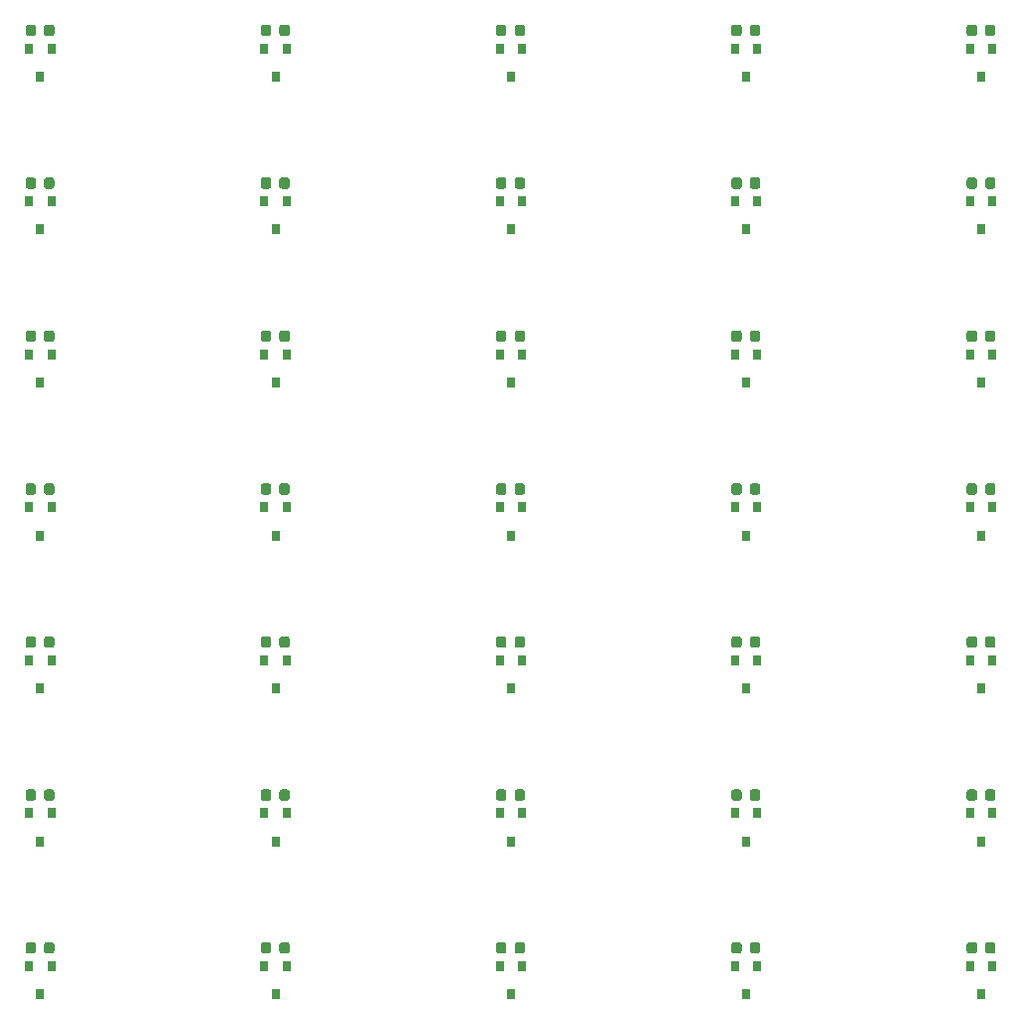
<source format=gbr>
G04 #@! TF.GenerationSoftware,KiCad,Pcbnew,(5.1.0-0)*
G04 #@! TF.CreationDate,2019-05-13T15:47:01-05:00*
G04 #@! TF.ProjectId,splitflap-hall-pcb,73706c69-7466-46c6-9170-2d68616c6c2d,rev?*
G04 #@! TF.SameCoordinates,Original*
G04 #@! TF.FileFunction,Paste,Top*
G04 #@! TF.FilePolarity,Positive*
%FSLAX46Y46*%
G04 Gerber Fmt 4.6, Leading zero omitted, Abs format (unit mm)*
G04 Created by KiCad (PCBNEW (5.1.0-0)) date 2019-05-13 15:47:01*
%MOMM*%
%LPD*%
G04 APERTURE LIST*
%ADD10R,0.800000X0.900000*%
%ADD11C,0.100000*%
%ADD12C,0.875000*%
G04 APERTURE END LIST*
D10*
X167079600Y-163210600D03*
X166129600Y-160810600D03*
X168029600Y-160810600D03*
X147079600Y-163210600D03*
X146129600Y-160810600D03*
X148029600Y-160810600D03*
X127079600Y-163210600D03*
X126129600Y-160810600D03*
X128029600Y-160810600D03*
X107079600Y-163210600D03*
X106129600Y-160810600D03*
X108029600Y-160810600D03*
X87079600Y-163210600D03*
X86129600Y-160810600D03*
X88029600Y-160810600D03*
X167079600Y-150210600D03*
X166129600Y-147810600D03*
X168029600Y-147810600D03*
X147079600Y-150210600D03*
X146129600Y-147810600D03*
X148029600Y-147810600D03*
X127079600Y-150210600D03*
X126129600Y-147810600D03*
X128029600Y-147810600D03*
X107079600Y-150210600D03*
X106129600Y-147810600D03*
X108029600Y-147810600D03*
X87079600Y-150210600D03*
X86129600Y-147810600D03*
X88029600Y-147810600D03*
X167079600Y-137210600D03*
X166129600Y-134810600D03*
X168029600Y-134810600D03*
X147079600Y-137210600D03*
X146129600Y-134810600D03*
X148029600Y-134810600D03*
X127079600Y-137210600D03*
X126129600Y-134810600D03*
X128029600Y-134810600D03*
X107079600Y-137210600D03*
X106129600Y-134810600D03*
X108029600Y-134810600D03*
X87079600Y-137210600D03*
X86129600Y-134810600D03*
X88029600Y-134810600D03*
X167079600Y-124210600D03*
X166129600Y-121810600D03*
X168029600Y-121810600D03*
X147079600Y-124210600D03*
X146129600Y-121810600D03*
X148029600Y-121810600D03*
X127079600Y-124210600D03*
X126129600Y-121810600D03*
X128029600Y-121810600D03*
X107079600Y-124210600D03*
X106129600Y-121810600D03*
X108029600Y-121810600D03*
X87079600Y-124210600D03*
X86129600Y-121810600D03*
X88029600Y-121810600D03*
X167079600Y-111210600D03*
X166129600Y-108810600D03*
X168029600Y-108810600D03*
X147079600Y-111210600D03*
X146129600Y-108810600D03*
X148029600Y-108810600D03*
X127079600Y-111210600D03*
X126129600Y-108810600D03*
X128029600Y-108810600D03*
X107079600Y-111210600D03*
X106129600Y-108810600D03*
X108029600Y-108810600D03*
X87079600Y-111210600D03*
X86129600Y-108810600D03*
X88029600Y-108810600D03*
X167079600Y-98210600D03*
X166129600Y-95810600D03*
X168029600Y-95810600D03*
X147079600Y-98210600D03*
X146129600Y-95810600D03*
X148029600Y-95810600D03*
X127079600Y-98210600D03*
X126129600Y-95810600D03*
X128029600Y-95810600D03*
X107079600Y-98210600D03*
X106129600Y-95810600D03*
X108029600Y-95810600D03*
X87079600Y-98210600D03*
X86129600Y-95810600D03*
X88029600Y-95810600D03*
X167079600Y-85210600D03*
X166129600Y-82810600D03*
X168029600Y-82810600D03*
X147079600Y-85210600D03*
X146129600Y-82810600D03*
X148029600Y-82810600D03*
X127079600Y-85210600D03*
X126129600Y-82810600D03*
X128029600Y-82810600D03*
X107079600Y-85210600D03*
X106129600Y-82810600D03*
X108029600Y-82810600D03*
D11*
G36*
X166506991Y-158793453D02*
G01*
X166528226Y-158796603D01*
X166549050Y-158801819D01*
X166569262Y-158809051D01*
X166588668Y-158818230D01*
X166607081Y-158829266D01*
X166624324Y-158842054D01*
X166640230Y-158856470D01*
X166654646Y-158872376D01*
X166667434Y-158889619D01*
X166678470Y-158908032D01*
X166687649Y-158927438D01*
X166694881Y-158947650D01*
X166700097Y-158968474D01*
X166703247Y-158989709D01*
X166704300Y-159011150D01*
X166704300Y-159523650D01*
X166703247Y-159545091D01*
X166700097Y-159566326D01*
X166694881Y-159587150D01*
X166687649Y-159607362D01*
X166678470Y-159626768D01*
X166667434Y-159645181D01*
X166654646Y-159662424D01*
X166640230Y-159678330D01*
X166624324Y-159692746D01*
X166607081Y-159705534D01*
X166588668Y-159716570D01*
X166569262Y-159725749D01*
X166549050Y-159732981D01*
X166528226Y-159738197D01*
X166506991Y-159741347D01*
X166485550Y-159742400D01*
X166048050Y-159742400D01*
X166026609Y-159741347D01*
X166005374Y-159738197D01*
X165984550Y-159732981D01*
X165964338Y-159725749D01*
X165944932Y-159716570D01*
X165926519Y-159705534D01*
X165909276Y-159692746D01*
X165893370Y-159678330D01*
X165878954Y-159662424D01*
X165866166Y-159645181D01*
X165855130Y-159626768D01*
X165845951Y-159607362D01*
X165838719Y-159587150D01*
X165833503Y-159566326D01*
X165830353Y-159545091D01*
X165829300Y-159523650D01*
X165829300Y-159011150D01*
X165830353Y-158989709D01*
X165833503Y-158968474D01*
X165838719Y-158947650D01*
X165845951Y-158927438D01*
X165855130Y-158908032D01*
X165866166Y-158889619D01*
X165878954Y-158872376D01*
X165893370Y-158856470D01*
X165909276Y-158842054D01*
X165926519Y-158829266D01*
X165944932Y-158818230D01*
X165964338Y-158809051D01*
X165984550Y-158801819D01*
X166005374Y-158796603D01*
X166026609Y-158793453D01*
X166048050Y-158792400D01*
X166485550Y-158792400D01*
X166506991Y-158793453D01*
X166506991Y-158793453D01*
G37*
D12*
X166266800Y-159267400D03*
D11*
G36*
X168081991Y-158793453D02*
G01*
X168103226Y-158796603D01*
X168124050Y-158801819D01*
X168144262Y-158809051D01*
X168163668Y-158818230D01*
X168182081Y-158829266D01*
X168199324Y-158842054D01*
X168215230Y-158856470D01*
X168229646Y-158872376D01*
X168242434Y-158889619D01*
X168253470Y-158908032D01*
X168262649Y-158927438D01*
X168269881Y-158947650D01*
X168275097Y-158968474D01*
X168278247Y-158989709D01*
X168279300Y-159011150D01*
X168279300Y-159523650D01*
X168278247Y-159545091D01*
X168275097Y-159566326D01*
X168269881Y-159587150D01*
X168262649Y-159607362D01*
X168253470Y-159626768D01*
X168242434Y-159645181D01*
X168229646Y-159662424D01*
X168215230Y-159678330D01*
X168199324Y-159692746D01*
X168182081Y-159705534D01*
X168163668Y-159716570D01*
X168144262Y-159725749D01*
X168124050Y-159732981D01*
X168103226Y-159738197D01*
X168081991Y-159741347D01*
X168060550Y-159742400D01*
X167623050Y-159742400D01*
X167601609Y-159741347D01*
X167580374Y-159738197D01*
X167559550Y-159732981D01*
X167539338Y-159725749D01*
X167519932Y-159716570D01*
X167501519Y-159705534D01*
X167484276Y-159692746D01*
X167468370Y-159678330D01*
X167453954Y-159662424D01*
X167441166Y-159645181D01*
X167430130Y-159626768D01*
X167420951Y-159607362D01*
X167413719Y-159587150D01*
X167408503Y-159566326D01*
X167405353Y-159545091D01*
X167404300Y-159523650D01*
X167404300Y-159011150D01*
X167405353Y-158989709D01*
X167408503Y-158968474D01*
X167413719Y-158947650D01*
X167420951Y-158927438D01*
X167430130Y-158908032D01*
X167441166Y-158889619D01*
X167453954Y-158872376D01*
X167468370Y-158856470D01*
X167484276Y-158842054D01*
X167501519Y-158829266D01*
X167519932Y-158818230D01*
X167539338Y-158809051D01*
X167559550Y-158801819D01*
X167580374Y-158796603D01*
X167601609Y-158793453D01*
X167623050Y-158792400D01*
X168060550Y-158792400D01*
X168081991Y-158793453D01*
X168081991Y-158793453D01*
G37*
D12*
X167841800Y-159267400D03*
D11*
G36*
X146506991Y-158793453D02*
G01*
X146528226Y-158796603D01*
X146549050Y-158801819D01*
X146569262Y-158809051D01*
X146588668Y-158818230D01*
X146607081Y-158829266D01*
X146624324Y-158842054D01*
X146640230Y-158856470D01*
X146654646Y-158872376D01*
X146667434Y-158889619D01*
X146678470Y-158908032D01*
X146687649Y-158927438D01*
X146694881Y-158947650D01*
X146700097Y-158968474D01*
X146703247Y-158989709D01*
X146704300Y-159011150D01*
X146704300Y-159523650D01*
X146703247Y-159545091D01*
X146700097Y-159566326D01*
X146694881Y-159587150D01*
X146687649Y-159607362D01*
X146678470Y-159626768D01*
X146667434Y-159645181D01*
X146654646Y-159662424D01*
X146640230Y-159678330D01*
X146624324Y-159692746D01*
X146607081Y-159705534D01*
X146588668Y-159716570D01*
X146569262Y-159725749D01*
X146549050Y-159732981D01*
X146528226Y-159738197D01*
X146506991Y-159741347D01*
X146485550Y-159742400D01*
X146048050Y-159742400D01*
X146026609Y-159741347D01*
X146005374Y-159738197D01*
X145984550Y-159732981D01*
X145964338Y-159725749D01*
X145944932Y-159716570D01*
X145926519Y-159705534D01*
X145909276Y-159692746D01*
X145893370Y-159678330D01*
X145878954Y-159662424D01*
X145866166Y-159645181D01*
X145855130Y-159626768D01*
X145845951Y-159607362D01*
X145838719Y-159587150D01*
X145833503Y-159566326D01*
X145830353Y-159545091D01*
X145829300Y-159523650D01*
X145829300Y-159011150D01*
X145830353Y-158989709D01*
X145833503Y-158968474D01*
X145838719Y-158947650D01*
X145845951Y-158927438D01*
X145855130Y-158908032D01*
X145866166Y-158889619D01*
X145878954Y-158872376D01*
X145893370Y-158856470D01*
X145909276Y-158842054D01*
X145926519Y-158829266D01*
X145944932Y-158818230D01*
X145964338Y-158809051D01*
X145984550Y-158801819D01*
X146005374Y-158796603D01*
X146026609Y-158793453D01*
X146048050Y-158792400D01*
X146485550Y-158792400D01*
X146506991Y-158793453D01*
X146506991Y-158793453D01*
G37*
D12*
X146266800Y-159267400D03*
D11*
G36*
X148081991Y-158793453D02*
G01*
X148103226Y-158796603D01*
X148124050Y-158801819D01*
X148144262Y-158809051D01*
X148163668Y-158818230D01*
X148182081Y-158829266D01*
X148199324Y-158842054D01*
X148215230Y-158856470D01*
X148229646Y-158872376D01*
X148242434Y-158889619D01*
X148253470Y-158908032D01*
X148262649Y-158927438D01*
X148269881Y-158947650D01*
X148275097Y-158968474D01*
X148278247Y-158989709D01*
X148279300Y-159011150D01*
X148279300Y-159523650D01*
X148278247Y-159545091D01*
X148275097Y-159566326D01*
X148269881Y-159587150D01*
X148262649Y-159607362D01*
X148253470Y-159626768D01*
X148242434Y-159645181D01*
X148229646Y-159662424D01*
X148215230Y-159678330D01*
X148199324Y-159692746D01*
X148182081Y-159705534D01*
X148163668Y-159716570D01*
X148144262Y-159725749D01*
X148124050Y-159732981D01*
X148103226Y-159738197D01*
X148081991Y-159741347D01*
X148060550Y-159742400D01*
X147623050Y-159742400D01*
X147601609Y-159741347D01*
X147580374Y-159738197D01*
X147559550Y-159732981D01*
X147539338Y-159725749D01*
X147519932Y-159716570D01*
X147501519Y-159705534D01*
X147484276Y-159692746D01*
X147468370Y-159678330D01*
X147453954Y-159662424D01*
X147441166Y-159645181D01*
X147430130Y-159626768D01*
X147420951Y-159607362D01*
X147413719Y-159587150D01*
X147408503Y-159566326D01*
X147405353Y-159545091D01*
X147404300Y-159523650D01*
X147404300Y-159011150D01*
X147405353Y-158989709D01*
X147408503Y-158968474D01*
X147413719Y-158947650D01*
X147420951Y-158927438D01*
X147430130Y-158908032D01*
X147441166Y-158889619D01*
X147453954Y-158872376D01*
X147468370Y-158856470D01*
X147484276Y-158842054D01*
X147501519Y-158829266D01*
X147519932Y-158818230D01*
X147539338Y-158809051D01*
X147559550Y-158801819D01*
X147580374Y-158796603D01*
X147601609Y-158793453D01*
X147623050Y-158792400D01*
X148060550Y-158792400D01*
X148081991Y-158793453D01*
X148081991Y-158793453D01*
G37*
D12*
X147841800Y-159267400D03*
D11*
G36*
X126506991Y-158793453D02*
G01*
X126528226Y-158796603D01*
X126549050Y-158801819D01*
X126569262Y-158809051D01*
X126588668Y-158818230D01*
X126607081Y-158829266D01*
X126624324Y-158842054D01*
X126640230Y-158856470D01*
X126654646Y-158872376D01*
X126667434Y-158889619D01*
X126678470Y-158908032D01*
X126687649Y-158927438D01*
X126694881Y-158947650D01*
X126700097Y-158968474D01*
X126703247Y-158989709D01*
X126704300Y-159011150D01*
X126704300Y-159523650D01*
X126703247Y-159545091D01*
X126700097Y-159566326D01*
X126694881Y-159587150D01*
X126687649Y-159607362D01*
X126678470Y-159626768D01*
X126667434Y-159645181D01*
X126654646Y-159662424D01*
X126640230Y-159678330D01*
X126624324Y-159692746D01*
X126607081Y-159705534D01*
X126588668Y-159716570D01*
X126569262Y-159725749D01*
X126549050Y-159732981D01*
X126528226Y-159738197D01*
X126506991Y-159741347D01*
X126485550Y-159742400D01*
X126048050Y-159742400D01*
X126026609Y-159741347D01*
X126005374Y-159738197D01*
X125984550Y-159732981D01*
X125964338Y-159725749D01*
X125944932Y-159716570D01*
X125926519Y-159705534D01*
X125909276Y-159692746D01*
X125893370Y-159678330D01*
X125878954Y-159662424D01*
X125866166Y-159645181D01*
X125855130Y-159626768D01*
X125845951Y-159607362D01*
X125838719Y-159587150D01*
X125833503Y-159566326D01*
X125830353Y-159545091D01*
X125829300Y-159523650D01*
X125829300Y-159011150D01*
X125830353Y-158989709D01*
X125833503Y-158968474D01*
X125838719Y-158947650D01*
X125845951Y-158927438D01*
X125855130Y-158908032D01*
X125866166Y-158889619D01*
X125878954Y-158872376D01*
X125893370Y-158856470D01*
X125909276Y-158842054D01*
X125926519Y-158829266D01*
X125944932Y-158818230D01*
X125964338Y-158809051D01*
X125984550Y-158801819D01*
X126005374Y-158796603D01*
X126026609Y-158793453D01*
X126048050Y-158792400D01*
X126485550Y-158792400D01*
X126506991Y-158793453D01*
X126506991Y-158793453D01*
G37*
D12*
X126266800Y-159267400D03*
D11*
G36*
X128081991Y-158793453D02*
G01*
X128103226Y-158796603D01*
X128124050Y-158801819D01*
X128144262Y-158809051D01*
X128163668Y-158818230D01*
X128182081Y-158829266D01*
X128199324Y-158842054D01*
X128215230Y-158856470D01*
X128229646Y-158872376D01*
X128242434Y-158889619D01*
X128253470Y-158908032D01*
X128262649Y-158927438D01*
X128269881Y-158947650D01*
X128275097Y-158968474D01*
X128278247Y-158989709D01*
X128279300Y-159011150D01*
X128279300Y-159523650D01*
X128278247Y-159545091D01*
X128275097Y-159566326D01*
X128269881Y-159587150D01*
X128262649Y-159607362D01*
X128253470Y-159626768D01*
X128242434Y-159645181D01*
X128229646Y-159662424D01*
X128215230Y-159678330D01*
X128199324Y-159692746D01*
X128182081Y-159705534D01*
X128163668Y-159716570D01*
X128144262Y-159725749D01*
X128124050Y-159732981D01*
X128103226Y-159738197D01*
X128081991Y-159741347D01*
X128060550Y-159742400D01*
X127623050Y-159742400D01*
X127601609Y-159741347D01*
X127580374Y-159738197D01*
X127559550Y-159732981D01*
X127539338Y-159725749D01*
X127519932Y-159716570D01*
X127501519Y-159705534D01*
X127484276Y-159692746D01*
X127468370Y-159678330D01*
X127453954Y-159662424D01*
X127441166Y-159645181D01*
X127430130Y-159626768D01*
X127420951Y-159607362D01*
X127413719Y-159587150D01*
X127408503Y-159566326D01*
X127405353Y-159545091D01*
X127404300Y-159523650D01*
X127404300Y-159011150D01*
X127405353Y-158989709D01*
X127408503Y-158968474D01*
X127413719Y-158947650D01*
X127420951Y-158927438D01*
X127430130Y-158908032D01*
X127441166Y-158889619D01*
X127453954Y-158872376D01*
X127468370Y-158856470D01*
X127484276Y-158842054D01*
X127501519Y-158829266D01*
X127519932Y-158818230D01*
X127539338Y-158809051D01*
X127559550Y-158801819D01*
X127580374Y-158796603D01*
X127601609Y-158793453D01*
X127623050Y-158792400D01*
X128060550Y-158792400D01*
X128081991Y-158793453D01*
X128081991Y-158793453D01*
G37*
D12*
X127841800Y-159267400D03*
D11*
G36*
X106506991Y-158793453D02*
G01*
X106528226Y-158796603D01*
X106549050Y-158801819D01*
X106569262Y-158809051D01*
X106588668Y-158818230D01*
X106607081Y-158829266D01*
X106624324Y-158842054D01*
X106640230Y-158856470D01*
X106654646Y-158872376D01*
X106667434Y-158889619D01*
X106678470Y-158908032D01*
X106687649Y-158927438D01*
X106694881Y-158947650D01*
X106700097Y-158968474D01*
X106703247Y-158989709D01*
X106704300Y-159011150D01*
X106704300Y-159523650D01*
X106703247Y-159545091D01*
X106700097Y-159566326D01*
X106694881Y-159587150D01*
X106687649Y-159607362D01*
X106678470Y-159626768D01*
X106667434Y-159645181D01*
X106654646Y-159662424D01*
X106640230Y-159678330D01*
X106624324Y-159692746D01*
X106607081Y-159705534D01*
X106588668Y-159716570D01*
X106569262Y-159725749D01*
X106549050Y-159732981D01*
X106528226Y-159738197D01*
X106506991Y-159741347D01*
X106485550Y-159742400D01*
X106048050Y-159742400D01*
X106026609Y-159741347D01*
X106005374Y-159738197D01*
X105984550Y-159732981D01*
X105964338Y-159725749D01*
X105944932Y-159716570D01*
X105926519Y-159705534D01*
X105909276Y-159692746D01*
X105893370Y-159678330D01*
X105878954Y-159662424D01*
X105866166Y-159645181D01*
X105855130Y-159626768D01*
X105845951Y-159607362D01*
X105838719Y-159587150D01*
X105833503Y-159566326D01*
X105830353Y-159545091D01*
X105829300Y-159523650D01*
X105829300Y-159011150D01*
X105830353Y-158989709D01*
X105833503Y-158968474D01*
X105838719Y-158947650D01*
X105845951Y-158927438D01*
X105855130Y-158908032D01*
X105866166Y-158889619D01*
X105878954Y-158872376D01*
X105893370Y-158856470D01*
X105909276Y-158842054D01*
X105926519Y-158829266D01*
X105944932Y-158818230D01*
X105964338Y-158809051D01*
X105984550Y-158801819D01*
X106005374Y-158796603D01*
X106026609Y-158793453D01*
X106048050Y-158792400D01*
X106485550Y-158792400D01*
X106506991Y-158793453D01*
X106506991Y-158793453D01*
G37*
D12*
X106266800Y-159267400D03*
D11*
G36*
X108081991Y-158793453D02*
G01*
X108103226Y-158796603D01*
X108124050Y-158801819D01*
X108144262Y-158809051D01*
X108163668Y-158818230D01*
X108182081Y-158829266D01*
X108199324Y-158842054D01*
X108215230Y-158856470D01*
X108229646Y-158872376D01*
X108242434Y-158889619D01*
X108253470Y-158908032D01*
X108262649Y-158927438D01*
X108269881Y-158947650D01*
X108275097Y-158968474D01*
X108278247Y-158989709D01*
X108279300Y-159011150D01*
X108279300Y-159523650D01*
X108278247Y-159545091D01*
X108275097Y-159566326D01*
X108269881Y-159587150D01*
X108262649Y-159607362D01*
X108253470Y-159626768D01*
X108242434Y-159645181D01*
X108229646Y-159662424D01*
X108215230Y-159678330D01*
X108199324Y-159692746D01*
X108182081Y-159705534D01*
X108163668Y-159716570D01*
X108144262Y-159725749D01*
X108124050Y-159732981D01*
X108103226Y-159738197D01*
X108081991Y-159741347D01*
X108060550Y-159742400D01*
X107623050Y-159742400D01*
X107601609Y-159741347D01*
X107580374Y-159738197D01*
X107559550Y-159732981D01*
X107539338Y-159725749D01*
X107519932Y-159716570D01*
X107501519Y-159705534D01*
X107484276Y-159692746D01*
X107468370Y-159678330D01*
X107453954Y-159662424D01*
X107441166Y-159645181D01*
X107430130Y-159626768D01*
X107420951Y-159607362D01*
X107413719Y-159587150D01*
X107408503Y-159566326D01*
X107405353Y-159545091D01*
X107404300Y-159523650D01*
X107404300Y-159011150D01*
X107405353Y-158989709D01*
X107408503Y-158968474D01*
X107413719Y-158947650D01*
X107420951Y-158927438D01*
X107430130Y-158908032D01*
X107441166Y-158889619D01*
X107453954Y-158872376D01*
X107468370Y-158856470D01*
X107484276Y-158842054D01*
X107501519Y-158829266D01*
X107519932Y-158818230D01*
X107539338Y-158809051D01*
X107559550Y-158801819D01*
X107580374Y-158796603D01*
X107601609Y-158793453D01*
X107623050Y-158792400D01*
X108060550Y-158792400D01*
X108081991Y-158793453D01*
X108081991Y-158793453D01*
G37*
D12*
X107841800Y-159267400D03*
D11*
G36*
X86506991Y-158793453D02*
G01*
X86528226Y-158796603D01*
X86549050Y-158801819D01*
X86569262Y-158809051D01*
X86588668Y-158818230D01*
X86607081Y-158829266D01*
X86624324Y-158842054D01*
X86640230Y-158856470D01*
X86654646Y-158872376D01*
X86667434Y-158889619D01*
X86678470Y-158908032D01*
X86687649Y-158927438D01*
X86694881Y-158947650D01*
X86700097Y-158968474D01*
X86703247Y-158989709D01*
X86704300Y-159011150D01*
X86704300Y-159523650D01*
X86703247Y-159545091D01*
X86700097Y-159566326D01*
X86694881Y-159587150D01*
X86687649Y-159607362D01*
X86678470Y-159626768D01*
X86667434Y-159645181D01*
X86654646Y-159662424D01*
X86640230Y-159678330D01*
X86624324Y-159692746D01*
X86607081Y-159705534D01*
X86588668Y-159716570D01*
X86569262Y-159725749D01*
X86549050Y-159732981D01*
X86528226Y-159738197D01*
X86506991Y-159741347D01*
X86485550Y-159742400D01*
X86048050Y-159742400D01*
X86026609Y-159741347D01*
X86005374Y-159738197D01*
X85984550Y-159732981D01*
X85964338Y-159725749D01*
X85944932Y-159716570D01*
X85926519Y-159705534D01*
X85909276Y-159692746D01*
X85893370Y-159678330D01*
X85878954Y-159662424D01*
X85866166Y-159645181D01*
X85855130Y-159626768D01*
X85845951Y-159607362D01*
X85838719Y-159587150D01*
X85833503Y-159566326D01*
X85830353Y-159545091D01*
X85829300Y-159523650D01*
X85829300Y-159011150D01*
X85830353Y-158989709D01*
X85833503Y-158968474D01*
X85838719Y-158947650D01*
X85845951Y-158927438D01*
X85855130Y-158908032D01*
X85866166Y-158889619D01*
X85878954Y-158872376D01*
X85893370Y-158856470D01*
X85909276Y-158842054D01*
X85926519Y-158829266D01*
X85944932Y-158818230D01*
X85964338Y-158809051D01*
X85984550Y-158801819D01*
X86005374Y-158796603D01*
X86026609Y-158793453D01*
X86048050Y-158792400D01*
X86485550Y-158792400D01*
X86506991Y-158793453D01*
X86506991Y-158793453D01*
G37*
D12*
X86266800Y-159267400D03*
D11*
G36*
X88081991Y-158793453D02*
G01*
X88103226Y-158796603D01*
X88124050Y-158801819D01*
X88144262Y-158809051D01*
X88163668Y-158818230D01*
X88182081Y-158829266D01*
X88199324Y-158842054D01*
X88215230Y-158856470D01*
X88229646Y-158872376D01*
X88242434Y-158889619D01*
X88253470Y-158908032D01*
X88262649Y-158927438D01*
X88269881Y-158947650D01*
X88275097Y-158968474D01*
X88278247Y-158989709D01*
X88279300Y-159011150D01*
X88279300Y-159523650D01*
X88278247Y-159545091D01*
X88275097Y-159566326D01*
X88269881Y-159587150D01*
X88262649Y-159607362D01*
X88253470Y-159626768D01*
X88242434Y-159645181D01*
X88229646Y-159662424D01*
X88215230Y-159678330D01*
X88199324Y-159692746D01*
X88182081Y-159705534D01*
X88163668Y-159716570D01*
X88144262Y-159725749D01*
X88124050Y-159732981D01*
X88103226Y-159738197D01*
X88081991Y-159741347D01*
X88060550Y-159742400D01*
X87623050Y-159742400D01*
X87601609Y-159741347D01*
X87580374Y-159738197D01*
X87559550Y-159732981D01*
X87539338Y-159725749D01*
X87519932Y-159716570D01*
X87501519Y-159705534D01*
X87484276Y-159692746D01*
X87468370Y-159678330D01*
X87453954Y-159662424D01*
X87441166Y-159645181D01*
X87430130Y-159626768D01*
X87420951Y-159607362D01*
X87413719Y-159587150D01*
X87408503Y-159566326D01*
X87405353Y-159545091D01*
X87404300Y-159523650D01*
X87404300Y-159011150D01*
X87405353Y-158989709D01*
X87408503Y-158968474D01*
X87413719Y-158947650D01*
X87420951Y-158927438D01*
X87430130Y-158908032D01*
X87441166Y-158889619D01*
X87453954Y-158872376D01*
X87468370Y-158856470D01*
X87484276Y-158842054D01*
X87501519Y-158829266D01*
X87519932Y-158818230D01*
X87539338Y-158809051D01*
X87559550Y-158801819D01*
X87580374Y-158796603D01*
X87601609Y-158793453D01*
X87623050Y-158792400D01*
X88060550Y-158792400D01*
X88081991Y-158793453D01*
X88081991Y-158793453D01*
G37*
D12*
X87841800Y-159267400D03*
D11*
G36*
X166506991Y-145793453D02*
G01*
X166528226Y-145796603D01*
X166549050Y-145801819D01*
X166569262Y-145809051D01*
X166588668Y-145818230D01*
X166607081Y-145829266D01*
X166624324Y-145842054D01*
X166640230Y-145856470D01*
X166654646Y-145872376D01*
X166667434Y-145889619D01*
X166678470Y-145908032D01*
X166687649Y-145927438D01*
X166694881Y-145947650D01*
X166700097Y-145968474D01*
X166703247Y-145989709D01*
X166704300Y-146011150D01*
X166704300Y-146523650D01*
X166703247Y-146545091D01*
X166700097Y-146566326D01*
X166694881Y-146587150D01*
X166687649Y-146607362D01*
X166678470Y-146626768D01*
X166667434Y-146645181D01*
X166654646Y-146662424D01*
X166640230Y-146678330D01*
X166624324Y-146692746D01*
X166607081Y-146705534D01*
X166588668Y-146716570D01*
X166569262Y-146725749D01*
X166549050Y-146732981D01*
X166528226Y-146738197D01*
X166506991Y-146741347D01*
X166485550Y-146742400D01*
X166048050Y-146742400D01*
X166026609Y-146741347D01*
X166005374Y-146738197D01*
X165984550Y-146732981D01*
X165964338Y-146725749D01*
X165944932Y-146716570D01*
X165926519Y-146705534D01*
X165909276Y-146692746D01*
X165893370Y-146678330D01*
X165878954Y-146662424D01*
X165866166Y-146645181D01*
X165855130Y-146626768D01*
X165845951Y-146607362D01*
X165838719Y-146587150D01*
X165833503Y-146566326D01*
X165830353Y-146545091D01*
X165829300Y-146523650D01*
X165829300Y-146011150D01*
X165830353Y-145989709D01*
X165833503Y-145968474D01*
X165838719Y-145947650D01*
X165845951Y-145927438D01*
X165855130Y-145908032D01*
X165866166Y-145889619D01*
X165878954Y-145872376D01*
X165893370Y-145856470D01*
X165909276Y-145842054D01*
X165926519Y-145829266D01*
X165944932Y-145818230D01*
X165964338Y-145809051D01*
X165984550Y-145801819D01*
X166005374Y-145796603D01*
X166026609Y-145793453D01*
X166048050Y-145792400D01*
X166485550Y-145792400D01*
X166506991Y-145793453D01*
X166506991Y-145793453D01*
G37*
D12*
X166266800Y-146267400D03*
D11*
G36*
X168081991Y-145793453D02*
G01*
X168103226Y-145796603D01*
X168124050Y-145801819D01*
X168144262Y-145809051D01*
X168163668Y-145818230D01*
X168182081Y-145829266D01*
X168199324Y-145842054D01*
X168215230Y-145856470D01*
X168229646Y-145872376D01*
X168242434Y-145889619D01*
X168253470Y-145908032D01*
X168262649Y-145927438D01*
X168269881Y-145947650D01*
X168275097Y-145968474D01*
X168278247Y-145989709D01*
X168279300Y-146011150D01*
X168279300Y-146523650D01*
X168278247Y-146545091D01*
X168275097Y-146566326D01*
X168269881Y-146587150D01*
X168262649Y-146607362D01*
X168253470Y-146626768D01*
X168242434Y-146645181D01*
X168229646Y-146662424D01*
X168215230Y-146678330D01*
X168199324Y-146692746D01*
X168182081Y-146705534D01*
X168163668Y-146716570D01*
X168144262Y-146725749D01*
X168124050Y-146732981D01*
X168103226Y-146738197D01*
X168081991Y-146741347D01*
X168060550Y-146742400D01*
X167623050Y-146742400D01*
X167601609Y-146741347D01*
X167580374Y-146738197D01*
X167559550Y-146732981D01*
X167539338Y-146725749D01*
X167519932Y-146716570D01*
X167501519Y-146705534D01*
X167484276Y-146692746D01*
X167468370Y-146678330D01*
X167453954Y-146662424D01*
X167441166Y-146645181D01*
X167430130Y-146626768D01*
X167420951Y-146607362D01*
X167413719Y-146587150D01*
X167408503Y-146566326D01*
X167405353Y-146545091D01*
X167404300Y-146523650D01*
X167404300Y-146011150D01*
X167405353Y-145989709D01*
X167408503Y-145968474D01*
X167413719Y-145947650D01*
X167420951Y-145927438D01*
X167430130Y-145908032D01*
X167441166Y-145889619D01*
X167453954Y-145872376D01*
X167468370Y-145856470D01*
X167484276Y-145842054D01*
X167501519Y-145829266D01*
X167519932Y-145818230D01*
X167539338Y-145809051D01*
X167559550Y-145801819D01*
X167580374Y-145796603D01*
X167601609Y-145793453D01*
X167623050Y-145792400D01*
X168060550Y-145792400D01*
X168081991Y-145793453D01*
X168081991Y-145793453D01*
G37*
D12*
X167841800Y-146267400D03*
D11*
G36*
X146506991Y-145793453D02*
G01*
X146528226Y-145796603D01*
X146549050Y-145801819D01*
X146569262Y-145809051D01*
X146588668Y-145818230D01*
X146607081Y-145829266D01*
X146624324Y-145842054D01*
X146640230Y-145856470D01*
X146654646Y-145872376D01*
X146667434Y-145889619D01*
X146678470Y-145908032D01*
X146687649Y-145927438D01*
X146694881Y-145947650D01*
X146700097Y-145968474D01*
X146703247Y-145989709D01*
X146704300Y-146011150D01*
X146704300Y-146523650D01*
X146703247Y-146545091D01*
X146700097Y-146566326D01*
X146694881Y-146587150D01*
X146687649Y-146607362D01*
X146678470Y-146626768D01*
X146667434Y-146645181D01*
X146654646Y-146662424D01*
X146640230Y-146678330D01*
X146624324Y-146692746D01*
X146607081Y-146705534D01*
X146588668Y-146716570D01*
X146569262Y-146725749D01*
X146549050Y-146732981D01*
X146528226Y-146738197D01*
X146506991Y-146741347D01*
X146485550Y-146742400D01*
X146048050Y-146742400D01*
X146026609Y-146741347D01*
X146005374Y-146738197D01*
X145984550Y-146732981D01*
X145964338Y-146725749D01*
X145944932Y-146716570D01*
X145926519Y-146705534D01*
X145909276Y-146692746D01*
X145893370Y-146678330D01*
X145878954Y-146662424D01*
X145866166Y-146645181D01*
X145855130Y-146626768D01*
X145845951Y-146607362D01*
X145838719Y-146587150D01*
X145833503Y-146566326D01*
X145830353Y-146545091D01*
X145829300Y-146523650D01*
X145829300Y-146011150D01*
X145830353Y-145989709D01*
X145833503Y-145968474D01*
X145838719Y-145947650D01*
X145845951Y-145927438D01*
X145855130Y-145908032D01*
X145866166Y-145889619D01*
X145878954Y-145872376D01*
X145893370Y-145856470D01*
X145909276Y-145842054D01*
X145926519Y-145829266D01*
X145944932Y-145818230D01*
X145964338Y-145809051D01*
X145984550Y-145801819D01*
X146005374Y-145796603D01*
X146026609Y-145793453D01*
X146048050Y-145792400D01*
X146485550Y-145792400D01*
X146506991Y-145793453D01*
X146506991Y-145793453D01*
G37*
D12*
X146266800Y-146267400D03*
D11*
G36*
X148081991Y-145793453D02*
G01*
X148103226Y-145796603D01*
X148124050Y-145801819D01*
X148144262Y-145809051D01*
X148163668Y-145818230D01*
X148182081Y-145829266D01*
X148199324Y-145842054D01*
X148215230Y-145856470D01*
X148229646Y-145872376D01*
X148242434Y-145889619D01*
X148253470Y-145908032D01*
X148262649Y-145927438D01*
X148269881Y-145947650D01*
X148275097Y-145968474D01*
X148278247Y-145989709D01*
X148279300Y-146011150D01*
X148279300Y-146523650D01*
X148278247Y-146545091D01*
X148275097Y-146566326D01*
X148269881Y-146587150D01*
X148262649Y-146607362D01*
X148253470Y-146626768D01*
X148242434Y-146645181D01*
X148229646Y-146662424D01*
X148215230Y-146678330D01*
X148199324Y-146692746D01*
X148182081Y-146705534D01*
X148163668Y-146716570D01*
X148144262Y-146725749D01*
X148124050Y-146732981D01*
X148103226Y-146738197D01*
X148081991Y-146741347D01*
X148060550Y-146742400D01*
X147623050Y-146742400D01*
X147601609Y-146741347D01*
X147580374Y-146738197D01*
X147559550Y-146732981D01*
X147539338Y-146725749D01*
X147519932Y-146716570D01*
X147501519Y-146705534D01*
X147484276Y-146692746D01*
X147468370Y-146678330D01*
X147453954Y-146662424D01*
X147441166Y-146645181D01*
X147430130Y-146626768D01*
X147420951Y-146607362D01*
X147413719Y-146587150D01*
X147408503Y-146566326D01*
X147405353Y-146545091D01*
X147404300Y-146523650D01*
X147404300Y-146011150D01*
X147405353Y-145989709D01*
X147408503Y-145968474D01*
X147413719Y-145947650D01*
X147420951Y-145927438D01*
X147430130Y-145908032D01*
X147441166Y-145889619D01*
X147453954Y-145872376D01*
X147468370Y-145856470D01*
X147484276Y-145842054D01*
X147501519Y-145829266D01*
X147519932Y-145818230D01*
X147539338Y-145809051D01*
X147559550Y-145801819D01*
X147580374Y-145796603D01*
X147601609Y-145793453D01*
X147623050Y-145792400D01*
X148060550Y-145792400D01*
X148081991Y-145793453D01*
X148081991Y-145793453D01*
G37*
D12*
X147841800Y-146267400D03*
D11*
G36*
X126506991Y-145793453D02*
G01*
X126528226Y-145796603D01*
X126549050Y-145801819D01*
X126569262Y-145809051D01*
X126588668Y-145818230D01*
X126607081Y-145829266D01*
X126624324Y-145842054D01*
X126640230Y-145856470D01*
X126654646Y-145872376D01*
X126667434Y-145889619D01*
X126678470Y-145908032D01*
X126687649Y-145927438D01*
X126694881Y-145947650D01*
X126700097Y-145968474D01*
X126703247Y-145989709D01*
X126704300Y-146011150D01*
X126704300Y-146523650D01*
X126703247Y-146545091D01*
X126700097Y-146566326D01*
X126694881Y-146587150D01*
X126687649Y-146607362D01*
X126678470Y-146626768D01*
X126667434Y-146645181D01*
X126654646Y-146662424D01*
X126640230Y-146678330D01*
X126624324Y-146692746D01*
X126607081Y-146705534D01*
X126588668Y-146716570D01*
X126569262Y-146725749D01*
X126549050Y-146732981D01*
X126528226Y-146738197D01*
X126506991Y-146741347D01*
X126485550Y-146742400D01*
X126048050Y-146742400D01*
X126026609Y-146741347D01*
X126005374Y-146738197D01*
X125984550Y-146732981D01*
X125964338Y-146725749D01*
X125944932Y-146716570D01*
X125926519Y-146705534D01*
X125909276Y-146692746D01*
X125893370Y-146678330D01*
X125878954Y-146662424D01*
X125866166Y-146645181D01*
X125855130Y-146626768D01*
X125845951Y-146607362D01*
X125838719Y-146587150D01*
X125833503Y-146566326D01*
X125830353Y-146545091D01*
X125829300Y-146523650D01*
X125829300Y-146011150D01*
X125830353Y-145989709D01*
X125833503Y-145968474D01*
X125838719Y-145947650D01*
X125845951Y-145927438D01*
X125855130Y-145908032D01*
X125866166Y-145889619D01*
X125878954Y-145872376D01*
X125893370Y-145856470D01*
X125909276Y-145842054D01*
X125926519Y-145829266D01*
X125944932Y-145818230D01*
X125964338Y-145809051D01*
X125984550Y-145801819D01*
X126005374Y-145796603D01*
X126026609Y-145793453D01*
X126048050Y-145792400D01*
X126485550Y-145792400D01*
X126506991Y-145793453D01*
X126506991Y-145793453D01*
G37*
D12*
X126266800Y-146267400D03*
D11*
G36*
X128081991Y-145793453D02*
G01*
X128103226Y-145796603D01*
X128124050Y-145801819D01*
X128144262Y-145809051D01*
X128163668Y-145818230D01*
X128182081Y-145829266D01*
X128199324Y-145842054D01*
X128215230Y-145856470D01*
X128229646Y-145872376D01*
X128242434Y-145889619D01*
X128253470Y-145908032D01*
X128262649Y-145927438D01*
X128269881Y-145947650D01*
X128275097Y-145968474D01*
X128278247Y-145989709D01*
X128279300Y-146011150D01*
X128279300Y-146523650D01*
X128278247Y-146545091D01*
X128275097Y-146566326D01*
X128269881Y-146587150D01*
X128262649Y-146607362D01*
X128253470Y-146626768D01*
X128242434Y-146645181D01*
X128229646Y-146662424D01*
X128215230Y-146678330D01*
X128199324Y-146692746D01*
X128182081Y-146705534D01*
X128163668Y-146716570D01*
X128144262Y-146725749D01*
X128124050Y-146732981D01*
X128103226Y-146738197D01*
X128081991Y-146741347D01*
X128060550Y-146742400D01*
X127623050Y-146742400D01*
X127601609Y-146741347D01*
X127580374Y-146738197D01*
X127559550Y-146732981D01*
X127539338Y-146725749D01*
X127519932Y-146716570D01*
X127501519Y-146705534D01*
X127484276Y-146692746D01*
X127468370Y-146678330D01*
X127453954Y-146662424D01*
X127441166Y-146645181D01*
X127430130Y-146626768D01*
X127420951Y-146607362D01*
X127413719Y-146587150D01*
X127408503Y-146566326D01*
X127405353Y-146545091D01*
X127404300Y-146523650D01*
X127404300Y-146011150D01*
X127405353Y-145989709D01*
X127408503Y-145968474D01*
X127413719Y-145947650D01*
X127420951Y-145927438D01*
X127430130Y-145908032D01*
X127441166Y-145889619D01*
X127453954Y-145872376D01*
X127468370Y-145856470D01*
X127484276Y-145842054D01*
X127501519Y-145829266D01*
X127519932Y-145818230D01*
X127539338Y-145809051D01*
X127559550Y-145801819D01*
X127580374Y-145796603D01*
X127601609Y-145793453D01*
X127623050Y-145792400D01*
X128060550Y-145792400D01*
X128081991Y-145793453D01*
X128081991Y-145793453D01*
G37*
D12*
X127841800Y-146267400D03*
D11*
G36*
X106506991Y-145793453D02*
G01*
X106528226Y-145796603D01*
X106549050Y-145801819D01*
X106569262Y-145809051D01*
X106588668Y-145818230D01*
X106607081Y-145829266D01*
X106624324Y-145842054D01*
X106640230Y-145856470D01*
X106654646Y-145872376D01*
X106667434Y-145889619D01*
X106678470Y-145908032D01*
X106687649Y-145927438D01*
X106694881Y-145947650D01*
X106700097Y-145968474D01*
X106703247Y-145989709D01*
X106704300Y-146011150D01*
X106704300Y-146523650D01*
X106703247Y-146545091D01*
X106700097Y-146566326D01*
X106694881Y-146587150D01*
X106687649Y-146607362D01*
X106678470Y-146626768D01*
X106667434Y-146645181D01*
X106654646Y-146662424D01*
X106640230Y-146678330D01*
X106624324Y-146692746D01*
X106607081Y-146705534D01*
X106588668Y-146716570D01*
X106569262Y-146725749D01*
X106549050Y-146732981D01*
X106528226Y-146738197D01*
X106506991Y-146741347D01*
X106485550Y-146742400D01*
X106048050Y-146742400D01*
X106026609Y-146741347D01*
X106005374Y-146738197D01*
X105984550Y-146732981D01*
X105964338Y-146725749D01*
X105944932Y-146716570D01*
X105926519Y-146705534D01*
X105909276Y-146692746D01*
X105893370Y-146678330D01*
X105878954Y-146662424D01*
X105866166Y-146645181D01*
X105855130Y-146626768D01*
X105845951Y-146607362D01*
X105838719Y-146587150D01*
X105833503Y-146566326D01*
X105830353Y-146545091D01*
X105829300Y-146523650D01*
X105829300Y-146011150D01*
X105830353Y-145989709D01*
X105833503Y-145968474D01*
X105838719Y-145947650D01*
X105845951Y-145927438D01*
X105855130Y-145908032D01*
X105866166Y-145889619D01*
X105878954Y-145872376D01*
X105893370Y-145856470D01*
X105909276Y-145842054D01*
X105926519Y-145829266D01*
X105944932Y-145818230D01*
X105964338Y-145809051D01*
X105984550Y-145801819D01*
X106005374Y-145796603D01*
X106026609Y-145793453D01*
X106048050Y-145792400D01*
X106485550Y-145792400D01*
X106506991Y-145793453D01*
X106506991Y-145793453D01*
G37*
D12*
X106266800Y-146267400D03*
D11*
G36*
X108081991Y-145793453D02*
G01*
X108103226Y-145796603D01*
X108124050Y-145801819D01*
X108144262Y-145809051D01*
X108163668Y-145818230D01*
X108182081Y-145829266D01*
X108199324Y-145842054D01*
X108215230Y-145856470D01*
X108229646Y-145872376D01*
X108242434Y-145889619D01*
X108253470Y-145908032D01*
X108262649Y-145927438D01*
X108269881Y-145947650D01*
X108275097Y-145968474D01*
X108278247Y-145989709D01*
X108279300Y-146011150D01*
X108279300Y-146523650D01*
X108278247Y-146545091D01*
X108275097Y-146566326D01*
X108269881Y-146587150D01*
X108262649Y-146607362D01*
X108253470Y-146626768D01*
X108242434Y-146645181D01*
X108229646Y-146662424D01*
X108215230Y-146678330D01*
X108199324Y-146692746D01*
X108182081Y-146705534D01*
X108163668Y-146716570D01*
X108144262Y-146725749D01*
X108124050Y-146732981D01*
X108103226Y-146738197D01*
X108081991Y-146741347D01*
X108060550Y-146742400D01*
X107623050Y-146742400D01*
X107601609Y-146741347D01*
X107580374Y-146738197D01*
X107559550Y-146732981D01*
X107539338Y-146725749D01*
X107519932Y-146716570D01*
X107501519Y-146705534D01*
X107484276Y-146692746D01*
X107468370Y-146678330D01*
X107453954Y-146662424D01*
X107441166Y-146645181D01*
X107430130Y-146626768D01*
X107420951Y-146607362D01*
X107413719Y-146587150D01*
X107408503Y-146566326D01*
X107405353Y-146545091D01*
X107404300Y-146523650D01*
X107404300Y-146011150D01*
X107405353Y-145989709D01*
X107408503Y-145968474D01*
X107413719Y-145947650D01*
X107420951Y-145927438D01*
X107430130Y-145908032D01*
X107441166Y-145889619D01*
X107453954Y-145872376D01*
X107468370Y-145856470D01*
X107484276Y-145842054D01*
X107501519Y-145829266D01*
X107519932Y-145818230D01*
X107539338Y-145809051D01*
X107559550Y-145801819D01*
X107580374Y-145796603D01*
X107601609Y-145793453D01*
X107623050Y-145792400D01*
X108060550Y-145792400D01*
X108081991Y-145793453D01*
X108081991Y-145793453D01*
G37*
D12*
X107841800Y-146267400D03*
D11*
G36*
X86506991Y-145793453D02*
G01*
X86528226Y-145796603D01*
X86549050Y-145801819D01*
X86569262Y-145809051D01*
X86588668Y-145818230D01*
X86607081Y-145829266D01*
X86624324Y-145842054D01*
X86640230Y-145856470D01*
X86654646Y-145872376D01*
X86667434Y-145889619D01*
X86678470Y-145908032D01*
X86687649Y-145927438D01*
X86694881Y-145947650D01*
X86700097Y-145968474D01*
X86703247Y-145989709D01*
X86704300Y-146011150D01*
X86704300Y-146523650D01*
X86703247Y-146545091D01*
X86700097Y-146566326D01*
X86694881Y-146587150D01*
X86687649Y-146607362D01*
X86678470Y-146626768D01*
X86667434Y-146645181D01*
X86654646Y-146662424D01*
X86640230Y-146678330D01*
X86624324Y-146692746D01*
X86607081Y-146705534D01*
X86588668Y-146716570D01*
X86569262Y-146725749D01*
X86549050Y-146732981D01*
X86528226Y-146738197D01*
X86506991Y-146741347D01*
X86485550Y-146742400D01*
X86048050Y-146742400D01*
X86026609Y-146741347D01*
X86005374Y-146738197D01*
X85984550Y-146732981D01*
X85964338Y-146725749D01*
X85944932Y-146716570D01*
X85926519Y-146705534D01*
X85909276Y-146692746D01*
X85893370Y-146678330D01*
X85878954Y-146662424D01*
X85866166Y-146645181D01*
X85855130Y-146626768D01*
X85845951Y-146607362D01*
X85838719Y-146587150D01*
X85833503Y-146566326D01*
X85830353Y-146545091D01*
X85829300Y-146523650D01*
X85829300Y-146011150D01*
X85830353Y-145989709D01*
X85833503Y-145968474D01*
X85838719Y-145947650D01*
X85845951Y-145927438D01*
X85855130Y-145908032D01*
X85866166Y-145889619D01*
X85878954Y-145872376D01*
X85893370Y-145856470D01*
X85909276Y-145842054D01*
X85926519Y-145829266D01*
X85944932Y-145818230D01*
X85964338Y-145809051D01*
X85984550Y-145801819D01*
X86005374Y-145796603D01*
X86026609Y-145793453D01*
X86048050Y-145792400D01*
X86485550Y-145792400D01*
X86506991Y-145793453D01*
X86506991Y-145793453D01*
G37*
D12*
X86266800Y-146267400D03*
D11*
G36*
X88081991Y-145793453D02*
G01*
X88103226Y-145796603D01*
X88124050Y-145801819D01*
X88144262Y-145809051D01*
X88163668Y-145818230D01*
X88182081Y-145829266D01*
X88199324Y-145842054D01*
X88215230Y-145856470D01*
X88229646Y-145872376D01*
X88242434Y-145889619D01*
X88253470Y-145908032D01*
X88262649Y-145927438D01*
X88269881Y-145947650D01*
X88275097Y-145968474D01*
X88278247Y-145989709D01*
X88279300Y-146011150D01*
X88279300Y-146523650D01*
X88278247Y-146545091D01*
X88275097Y-146566326D01*
X88269881Y-146587150D01*
X88262649Y-146607362D01*
X88253470Y-146626768D01*
X88242434Y-146645181D01*
X88229646Y-146662424D01*
X88215230Y-146678330D01*
X88199324Y-146692746D01*
X88182081Y-146705534D01*
X88163668Y-146716570D01*
X88144262Y-146725749D01*
X88124050Y-146732981D01*
X88103226Y-146738197D01*
X88081991Y-146741347D01*
X88060550Y-146742400D01*
X87623050Y-146742400D01*
X87601609Y-146741347D01*
X87580374Y-146738197D01*
X87559550Y-146732981D01*
X87539338Y-146725749D01*
X87519932Y-146716570D01*
X87501519Y-146705534D01*
X87484276Y-146692746D01*
X87468370Y-146678330D01*
X87453954Y-146662424D01*
X87441166Y-146645181D01*
X87430130Y-146626768D01*
X87420951Y-146607362D01*
X87413719Y-146587150D01*
X87408503Y-146566326D01*
X87405353Y-146545091D01*
X87404300Y-146523650D01*
X87404300Y-146011150D01*
X87405353Y-145989709D01*
X87408503Y-145968474D01*
X87413719Y-145947650D01*
X87420951Y-145927438D01*
X87430130Y-145908032D01*
X87441166Y-145889619D01*
X87453954Y-145872376D01*
X87468370Y-145856470D01*
X87484276Y-145842054D01*
X87501519Y-145829266D01*
X87519932Y-145818230D01*
X87539338Y-145809051D01*
X87559550Y-145801819D01*
X87580374Y-145796603D01*
X87601609Y-145793453D01*
X87623050Y-145792400D01*
X88060550Y-145792400D01*
X88081991Y-145793453D01*
X88081991Y-145793453D01*
G37*
D12*
X87841800Y-146267400D03*
D11*
G36*
X166506991Y-132793453D02*
G01*
X166528226Y-132796603D01*
X166549050Y-132801819D01*
X166569262Y-132809051D01*
X166588668Y-132818230D01*
X166607081Y-132829266D01*
X166624324Y-132842054D01*
X166640230Y-132856470D01*
X166654646Y-132872376D01*
X166667434Y-132889619D01*
X166678470Y-132908032D01*
X166687649Y-132927438D01*
X166694881Y-132947650D01*
X166700097Y-132968474D01*
X166703247Y-132989709D01*
X166704300Y-133011150D01*
X166704300Y-133523650D01*
X166703247Y-133545091D01*
X166700097Y-133566326D01*
X166694881Y-133587150D01*
X166687649Y-133607362D01*
X166678470Y-133626768D01*
X166667434Y-133645181D01*
X166654646Y-133662424D01*
X166640230Y-133678330D01*
X166624324Y-133692746D01*
X166607081Y-133705534D01*
X166588668Y-133716570D01*
X166569262Y-133725749D01*
X166549050Y-133732981D01*
X166528226Y-133738197D01*
X166506991Y-133741347D01*
X166485550Y-133742400D01*
X166048050Y-133742400D01*
X166026609Y-133741347D01*
X166005374Y-133738197D01*
X165984550Y-133732981D01*
X165964338Y-133725749D01*
X165944932Y-133716570D01*
X165926519Y-133705534D01*
X165909276Y-133692746D01*
X165893370Y-133678330D01*
X165878954Y-133662424D01*
X165866166Y-133645181D01*
X165855130Y-133626768D01*
X165845951Y-133607362D01*
X165838719Y-133587150D01*
X165833503Y-133566326D01*
X165830353Y-133545091D01*
X165829300Y-133523650D01*
X165829300Y-133011150D01*
X165830353Y-132989709D01*
X165833503Y-132968474D01*
X165838719Y-132947650D01*
X165845951Y-132927438D01*
X165855130Y-132908032D01*
X165866166Y-132889619D01*
X165878954Y-132872376D01*
X165893370Y-132856470D01*
X165909276Y-132842054D01*
X165926519Y-132829266D01*
X165944932Y-132818230D01*
X165964338Y-132809051D01*
X165984550Y-132801819D01*
X166005374Y-132796603D01*
X166026609Y-132793453D01*
X166048050Y-132792400D01*
X166485550Y-132792400D01*
X166506991Y-132793453D01*
X166506991Y-132793453D01*
G37*
D12*
X166266800Y-133267400D03*
D11*
G36*
X168081991Y-132793453D02*
G01*
X168103226Y-132796603D01*
X168124050Y-132801819D01*
X168144262Y-132809051D01*
X168163668Y-132818230D01*
X168182081Y-132829266D01*
X168199324Y-132842054D01*
X168215230Y-132856470D01*
X168229646Y-132872376D01*
X168242434Y-132889619D01*
X168253470Y-132908032D01*
X168262649Y-132927438D01*
X168269881Y-132947650D01*
X168275097Y-132968474D01*
X168278247Y-132989709D01*
X168279300Y-133011150D01*
X168279300Y-133523650D01*
X168278247Y-133545091D01*
X168275097Y-133566326D01*
X168269881Y-133587150D01*
X168262649Y-133607362D01*
X168253470Y-133626768D01*
X168242434Y-133645181D01*
X168229646Y-133662424D01*
X168215230Y-133678330D01*
X168199324Y-133692746D01*
X168182081Y-133705534D01*
X168163668Y-133716570D01*
X168144262Y-133725749D01*
X168124050Y-133732981D01*
X168103226Y-133738197D01*
X168081991Y-133741347D01*
X168060550Y-133742400D01*
X167623050Y-133742400D01*
X167601609Y-133741347D01*
X167580374Y-133738197D01*
X167559550Y-133732981D01*
X167539338Y-133725749D01*
X167519932Y-133716570D01*
X167501519Y-133705534D01*
X167484276Y-133692746D01*
X167468370Y-133678330D01*
X167453954Y-133662424D01*
X167441166Y-133645181D01*
X167430130Y-133626768D01*
X167420951Y-133607362D01*
X167413719Y-133587150D01*
X167408503Y-133566326D01*
X167405353Y-133545091D01*
X167404300Y-133523650D01*
X167404300Y-133011150D01*
X167405353Y-132989709D01*
X167408503Y-132968474D01*
X167413719Y-132947650D01*
X167420951Y-132927438D01*
X167430130Y-132908032D01*
X167441166Y-132889619D01*
X167453954Y-132872376D01*
X167468370Y-132856470D01*
X167484276Y-132842054D01*
X167501519Y-132829266D01*
X167519932Y-132818230D01*
X167539338Y-132809051D01*
X167559550Y-132801819D01*
X167580374Y-132796603D01*
X167601609Y-132793453D01*
X167623050Y-132792400D01*
X168060550Y-132792400D01*
X168081991Y-132793453D01*
X168081991Y-132793453D01*
G37*
D12*
X167841800Y-133267400D03*
D11*
G36*
X146506991Y-132793453D02*
G01*
X146528226Y-132796603D01*
X146549050Y-132801819D01*
X146569262Y-132809051D01*
X146588668Y-132818230D01*
X146607081Y-132829266D01*
X146624324Y-132842054D01*
X146640230Y-132856470D01*
X146654646Y-132872376D01*
X146667434Y-132889619D01*
X146678470Y-132908032D01*
X146687649Y-132927438D01*
X146694881Y-132947650D01*
X146700097Y-132968474D01*
X146703247Y-132989709D01*
X146704300Y-133011150D01*
X146704300Y-133523650D01*
X146703247Y-133545091D01*
X146700097Y-133566326D01*
X146694881Y-133587150D01*
X146687649Y-133607362D01*
X146678470Y-133626768D01*
X146667434Y-133645181D01*
X146654646Y-133662424D01*
X146640230Y-133678330D01*
X146624324Y-133692746D01*
X146607081Y-133705534D01*
X146588668Y-133716570D01*
X146569262Y-133725749D01*
X146549050Y-133732981D01*
X146528226Y-133738197D01*
X146506991Y-133741347D01*
X146485550Y-133742400D01*
X146048050Y-133742400D01*
X146026609Y-133741347D01*
X146005374Y-133738197D01*
X145984550Y-133732981D01*
X145964338Y-133725749D01*
X145944932Y-133716570D01*
X145926519Y-133705534D01*
X145909276Y-133692746D01*
X145893370Y-133678330D01*
X145878954Y-133662424D01*
X145866166Y-133645181D01*
X145855130Y-133626768D01*
X145845951Y-133607362D01*
X145838719Y-133587150D01*
X145833503Y-133566326D01*
X145830353Y-133545091D01*
X145829300Y-133523650D01*
X145829300Y-133011150D01*
X145830353Y-132989709D01*
X145833503Y-132968474D01*
X145838719Y-132947650D01*
X145845951Y-132927438D01*
X145855130Y-132908032D01*
X145866166Y-132889619D01*
X145878954Y-132872376D01*
X145893370Y-132856470D01*
X145909276Y-132842054D01*
X145926519Y-132829266D01*
X145944932Y-132818230D01*
X145964338Y-132809051D01*
X145984550Y-132801819D01*
X146005374Y-132796603D01*
X146026609Y-132793453D01*
X146048050Y-132792400D01*
X146485550Y-132792400D01*
X146506991Y-132793453D01*
X146506991Y-132793453D01*
G37*
D12*
X146266800Y-133267400D03*
D11*
G36*
X148081991Y-132793453D02*
G01*
X148103226Y-132796603D01*
X148124050Y-132801819D01*
X148144262Y-132809051D01*
X148163668Y-132818230D01*
X148182081Y-132829266D01*
X148199324Y-132842054D01*
X148215230Y-132856470D01*
X148229646Y-132872376D01*
X148242434Y-132889619D01*
X148253470Y-132908032D01*
X148262649Y-132927438D01*
X148269881Y-132947650D01*
X148275097Y-132968474D01*
X148278247Y-132989709D01*
X148279300Y-133011150D01*
X148279300Y-133523650D01*
X148278247Y-133545091D01*
X148275097Y-133566326D01*
X148269881Y-133587150D01*
X148262649Y-133607362D01*
X148253470Y-133626768D01*
X148242434Y-133645181D01*
X148229646Y-133662424D01*
X148215230Y-133678330D01*
X148199324Y-133692746D01*
X148182081Y-133705534D01*
X148163668Y-133716570D01*
X148144262Y-133725749D01*
X148124050Y-133732981D01*
X148103226Y-133738197D01*
X148081991Y-133741347D01*
X148060550Y-133742400D01*
X147623050Y-133742400D01*
X147601609Y-133741347D01*
X147580374Y-133738197D01*
X147559550Y-133732981D01*
X147539338Y-133725749D01*
X147519932Y-133716570D01*
X147501519Y-133705534D01*
X147484276Y-133692746D01*
X147468370Y-133678330D01*
X147453954Y-133662424D01*
X147441166Y-133645181D01*
X147430130Y-133626768D01*
X147420951Y-133607362D01*
X147413719Y-133587150D01*
X147408503Y-133566326D01*
X147405353Y-133545091D01*
X147404300Y-133523650D01*
X147404300Y-133011150D01*
X147405353Y-132989709D01*
X147408503Y-132968474D01*
X147413719Y-132947650D01*
X147420951Y-132927438D01*
X147430130Y-132908032D01*
X147441166Y-132889619D01*
X147453954Y-132872376D01*
X147468370Y-132856470D01*
X147484276Y-132842054D01*
X147501519Y-132829266D01*
X147519932Y-132818230D01*
X147539338Y-132809051D01*
X147559550Y-132801819D01*
X147580374Y-132796603D01*
X147601609Y-132793453D01*
X147623050Y-132792400D01*
X148060550Y-132792400D01*
X148081991Y-132793453D01*
X148081991Y-132793453D01*
G37*
D12*
X147841800Y-133267400D03*
D11*
G36*
X126506991Y-132793453D02*
G01*
X126528226Y-132796603D01*
X126549050Y-132801819D01*
X126569262Y-132809051D01*
X126588668Y-132818230D01*
X126607081Y-132829266D01*
X126624324Y-132842054D01*
X126640230Y-132856470D01*
X126654646Y-132872376D01*
X126667434Y-132889619D01*
X126678470Y-132908032D01*
X126687649Y-132927438D01*
X126694881Y-132947650D01*
X126700097Y-132968474D01*
X126703247Y-132989709D01*
X126704300Y-133011150D01*
X126704300Y-133523650D01*
X126703247Y-133545091D01*
X126700097Y-133566326D01*
X126694881Y-133587150D01*
X126687649Y-133607362D01*
X126678470Y-133626768D01*
X126667434Y-133645181D01*
X126654646Y-133662424D01*
X126640230Y-133678330D01*
X126624324Y-133692746D01*
X126607081Y-133705534D01*
X126588668Y-133716570D01*
X126569262Y-133725749D01*
X126549050Y-133732981D01*
X126528226Y-133738197D01*
X126506991Y-133741347D01*
X126485550Y-133742400D01*
X126048050Y-133742400D01*
X126026609Y-133741347D01*
X126005374Y-133738197D01*
X125984550Y-133732981D01*
X125964338Y-133725749D01*
X125944932Y-133716570D01*
X125926519Y-133705534D01*
X125909276Y-133692746D01*
X125893370Y-133678330D01*
X125878954Y-133662424D01*
X125866166Y-133645181D01*
X125855130Y-133626768D01*
X125845951Y-133607362D01*
X125838719Y-133587150D01*
X125833503Y-133566326D01*
X125830353Y-133545091D01*
X125829300Y-133523650D01*
X125829300Y-133011150D01*
X125830353Y-132989709D01*
X125833503Y-132968474D01*
X125838719Y-132947650D01*
X125845951Y-132927438D01*
X125855130Y-132908032D01*
X125866166Y-132889619D01*
X125878954Y-132872376D01*
X125893370Y-132856470D01*
X125909276Y-132842054D01*
X125926519Y-132829266D01*
X125944932Y-132818230D01*
X125964338Y-132809051D01*
X125984550Y-132801819D01*
X126005374Y-132796603D01*
X126026609Y-132793453D01*
X126048050Y-132792400D01*
X126485550Y-132792400D01*
X126506991Y-132793453D01*
X126506991Y-132793453D01*
G37*
D12*
X126266800Y-133267400D03*
D11*
G36*
X128081991Y-132793453D02*
G01*
X128103226Y-132796603D01*
X128124050Y-132801819D01*
X128144262Y-132809051D01*
X128163668Y-132818230D01*
X128182081Y-132829266D01*
X128199324Y-132842054D01*
X128215230Y-132856470D01*
X128229646Y-132872376D01*
X128242434Y-132889619D01*
X128253470Y-132908032D01*
X128262649Y-132927438D01*
X128269881Y-132947650D01*
X128275097Y-132968474D01*
X128278247Y-132989709D01*
X128279300Y-133011150D01*
X128279300Y-133523650D01*
X128278247Y-133545091D01*
X128275097Y-133566326D01*
X128269881Y-133587150D01*
X128262649Y-133607362D01*
X128253470Y-133626768D01*
X128242434Y-133645181D01*
X128229646Y-133662424D01*
X128215230Y-133678330D01*
X128199324Y-133692746D01*
X128182081Y-133705534D01*
X128163668Y-133716570D01*
X128144262Y-133725749D01*
X128124050Y-133732981D01*
X128103226Y-133738197D01*
X128081991Y-133741347D01*
X128060550Y-133742400D01*
X127623050Y-133742400D01*
X127601609Y-133741347D01*
X127580374Y-133738197D01*
X127559550Y-133732981D01*
X127539338Y-133725749D01*
X127519932Y-133716570D01*
X127501519Y-133705534D01*
X127484276Y-133692746D01*
X127468370Y-133678330D01*
X127453954Y-133662424D01*
X127441166Y-133645181D01*
X127430130Y-133626768D01*
X127420951Y-133607362D01*
X127413719Y-133587150D01*
X127408503Y-133566326D01*
X127405353Y-133545091D01*
X127404300Y-133523650D01*
X127404300Y-133011150D01*
X127405353Y-132989709D01*
X127408503Y-132968474D01*
X127413719Y-132947650D01*
X127420951Y-132927438D01*
X127430130Y-132908032D01*
X127441166Y-132889619D01*
X127453954Y-132872376D01*
X127468370Y-132856470D01*
X127484276Y-132842054D01*
X127501519Y-132829266D01*
X127519932Y-132818230D01*
X127539338Y-132809051D01*
X127559550Y-132801819D01*
X127580374Y-132796603D01*
X127601609Y-132793453D01*
X127623050Y-132792400D01*
X128060550Y-132792400D01*
X128081991Y-132793453D01*
X128081991Y-132793453D01*
G37*
D12*
X127841800Y-133267400D03*
D11*
G36*
X106506991Y-132793453D02*
G01*
X106528226Y-132796603D01*
X106549050Y-132801819D01*
X106569262Y-132809051D01*
X106588668Y-132818230D01*
X106607081Y-132829266D01*
X106624324Y-132842054D01*
X106640230Y-132856470D01*
X106654646Y-132872376D01*
X106667434Y-132889619D01*
X106678470Y-132908032D01*
X106687649Y-132927438D01*
X106694881Y-132947650D01*
X106700097Y-132968474D01*
X106703247Y-132989709D01*
X106704300Y-133011150D01*
X106704300Y-133523650D01*
X106703247Y-133545091D01*
X106700097Y-133566326D01*
X106694881Y-133587150D01*
X106687649Y-133607362D01*
X106678470Y-133626768D01*
X106667434Y-133645181D01*
X106654646Y-133662424D01*
X106640230Y-133678330D01*
X106624324Y-133692746D01*
X106607081Y-133705534D01*
X106588668Y-133716570D01*
X106569262Y-133725749D01*
X106549050Y-133732981D01*
X106528226Y-133738197D01*
X106506991Y-133741347D01*
X106485550Y-133742400D01*
X106048050Y-133742400D01*
X106026609Y-133741347D01*
X106005374Y-133738197D01*
X105984550Y-133732981D01*
X105964338Y-133725749D01*
X105944932Y-133716570D01*
X105926519Y-133705534D01*
X105909276Y-133692746D01*
X105893370Y-133678330D01*
X105878954Y-133662424D01*
X105866166Y-133645181D01*
X105855130Y-133626768D01*
X105845951Y-133607362D01*
X105838719Y-133587150D01*
X105833503Y-133566326D01*
X105830353Y-133545091D01*
X105829300Y-133523650D01*
X105829300Y-133011150D01*
X105830353Y-132989709D01*
X105833503Y-132968474D01*
X105838719Y-132947650D01*
X105845951Y-132927438D01*
X105855130Y-132908032D01*
X105866166Y-132889619D01*
X105878954Y-132872376D01*
X105893370Y-132856470D01*
X105909276Y-132842054D01*
X105926519Y-132829266D01*
X105944932Y-132818230D01*
X105964338Y-132809051D01*
X105984550Y-132801819D01*
X106005374Y-132796603D01*
X106026609Y-132793453D01*
X106048050Y-132792400D01*
X106485550Y-132792400D01*
X106506991Y-132793453D01*
X106506991Y-132793453D01*
G37*
D12*
X106266800Y-133267400D03*
D11*
G36*
X108081991Y-132793453D02*
G01*
X108103226Y-132796603D01*
X108124050Y-132801819D01*
X108144262Y-132809051D01*
X108163668Y-132818230D01*
X108182081Y-132829266D01*
X108199324Y-132842054D01*
X108215230Y-132856470D01*
X108229646Y-132872376D01*
X108242434Y-132889619D01*
X108253470Y-132908032D01*
X108262649Y-132927438D01*
X108269881Y-132947650D01*
X108275097Y-132968474D01*
X108278247Y-132989709D01*
X108279300Y-133011150D01*
X108279300Y-133523650D01*
X108278247Y-133545091D01*
X108275097Y-133566326D01*
X108269881Y-133587150D01*
X108262649Y-133607362D01*
X108253470Y-133626768D01*
X108242434Y-133645181D01*
X108229646Y-133662424D01*
X108215230Y-133678330D01*
X108199324Y-133692746D01*
X108182081Y-133705534D01*
X108163668Y-133716570D01*
X108144262Y-133725749D01*
X108124050Y-133732981D01*
X108103226Y-133738197D01*
X108081991Y-133741347D01*
X108060550Y-133742400D01*
X107623050Y-133742400D01*
X107601609Y-133741347D01*
X107580374Y-133738197D01*
X107559550Y-133732981D01*
X107539338Y-133725749D01*
X107519932Y-133716570D01*
X107501519Y-133705534D01*
X107484276Y-133692746D01*
X107468370Y-133678330D01*
X107453954Y-133662424D01*
X107441166Y-133645181D01*
X107430130Y-133626768D01*
X107420951Y-133607362D01*
X107413719Y-133587150D01*
X107408503Y-133566326D01*
X107405353Y-133545091D01*
X107404300Y-133523650D01*
X107404300Y-133011150D01*
X107405353Y-132989709D01*
X107408503Y-132968474D01*
X107413719Y-132947650D01*
X107420951Y-132927438D01*
X107430130Y-132908032D01*
X107441166Y-132889619D01*
X107453954Y-132872376D01*
X107468370Y-132856470D01*
X107484276Y-132842054D01*
X107501519Y-132829266D01*
X107519932Y-132818230D01*
X107539338Y-132809051D01*
X107559550Y-132801819D01*
X107580374Y-132796603D01*
X107601609Y-132793453D01*
X107623050Y-132792400D01*
X108060550Y-132792400D01*
X108081991Y-132793453D01*
X108081991Y-132793453D01*
G37*
D12*
X107841800Y-133267400D03*
D11*
G36*
X86506991Y-132793453D02*
G01*
X86528226Y-132796603D01*
X86549050Y-132801819D01*
X86569262Y-132809051D01*
X86588668Y-132818230D01*
X86607081Y-132829266D01*
X86624324Y-132842054D01*
X86640230Y-132856470D01*
X86654646Y-132872376D01*
X86667434Y-132889619D01*
X86678470Y-132908032D01*
X86687649Y-132927438D01*
X86694881Y-132947650D01*
X86700097Y-132968474D01*
X86703247Y-132989709D01*
X86704300Y-133011150D01*
X86704300Y-133523650D01*
X86703247Y-133545091D01*
X86700097Y-133566326D01*
X86694881Y-133587150D01*
X86687649Y-133607362D01*
X86678470Y-133626768D01*
X86667434Y-133645181D01*
X86654646Y-133662424D01*
X86640230Y-133678330D01*
X86624324Y-133692746D01*
X86607081Y-133705534D01*
X86588668Y-133716570D01*
X86569262Y-133725749D01*
X86549050Y-133732981D01*
X86528226Y-133738197D01*
X86506991Y-133741347D01*
X86485550Y-133742400D01*
X86048050Y-133742400D01*
X86026609Y-133741347D01*
X86005374Y-133738197D01*
X85984550Y-133732981D01*
X85964338Y-133725749D01*
X85944932Y-133716570D01*
X85926519Y-133705534D01*
X85909276Y-133692746D01*
X85893370Y-133678330D01*
X85878954Y-133662424D01*
X85866166Y-133645181D01*
X85855130Y-133626768D01*
X85845951Y-133607362D01*
X85838719Y-133587150D01*
X85833503Y-133566326D01*
X85830353Y-133545091D01*
X85829300Y-133523650D01*
X85829300Y-133011150D01*
X85830353Y-132989709D01*
X85833503Y-132968474D01*
X85838719Y-132947650D01*
X85845951Y-132927438D01*
X85855130Y-132908032D01*
X85866166Y-132889619D01*
X85878954Y-132872376D01*
X85893370Y-132856470D01*
X85909276Y-132842054D01*
X85926519Y-132829266D01*
X85944932Y-132818230D01*
X85964338Y-132809051D01*
X85984550Y-132801819D01*
X86005374Y-132796603D01*
X86026609Y-132793453D01*
X86048050Y-132792400D01*
X86485550Y-132792400D01*
X86506991Y-132793453D01*
X86506991Y-132793453D01*
G37*
D12*
X86266800Y-133267400D03*
D11*
G36*
X88081991Y-132793453D02*
G01*
X88103226Y-132796603D01*
X88124050Y-132801819D01*
X88144262Y-132809051D01*
X88163668Y-132818230D01*
X88182081Y-132829266D01*
X88199324Y-132842054D01*
X88215230Y-132856470D01*
X88229646Y-132872376D01*
X88242434Y-132889619D01*
X88253470Y-132908032D01*
X88262649Y-132927438D01*
X88269881Y-132947650D01*
X88275097Y-132968474D01*
X88278247Y-132989709D01*
X88279300Y-133011150D01*
X88279300Y-133523650D01*
X88278247Y-133545091D01*
X88275097Y-133566326D01*
X88269881Y-133587150D01*
X88262649Y-133607362D01*
X88253470Y-133626768D01*
X88242434Y-133645181D01*
X88229646Y-133662424D01*
X88215230Y-133678330D01*
X88199324Y-133692746D01*
X88182081Y-133705534D01*
X88163668Y-133716570D01*
X88144262Y-133725749D01*
X88124050Y-133732981D01*
X88103226Y-133738197D01*
X88081991Y-133741347D01*
X88060550Y-133742400D01*
X87623050Y-133742400D01*
X87601609Y-133741347D01*
X87580374Y-133738197D01*
X87559550Y-133732981D01*
X87539338Y-133725749D01*
X87519932Y-133716570D01*
X87501519Y-133705534D01*
X87484276Y-133692746D01*
X87468370Y-133678330D01*
X87453954Y-133662424D01*
X87441166Y-133645181D01*
X87430130Y-133626768D01*
X87420951Y-133607362D01*
X87413719Y-133587150D01*
X87408503Y-133566326D01*
X87405353Y-133545091D01*
X87404300Y-133523650D01*
X87404300Y-133011150D01*
X87405353Y-132989709D01*
X87408503Y-132968474D01*
X87413719Y-132947650D01*
X87420951Y-132927438D01*
X87430130Y-132908032D01*
X87441166Y-132889619D01*
X87453954Y-132872376D01*
X87468370Y-132856470D01*
X87484276Y-132842054D01*
X87501519Y-132829266D01*
X87519932Y-132818230D01*
X87539338Y-132809051D01*
X87559550Y-132801819D01*
X87580374Y-132796603D01*
X87601609Y-132793453D01*
X87623050Y-132792400D01*
X88060550Y-132792400D01*
X88081991Y-132793453D01*
X88081991Y-132793453D01*
G37*
D12*
X87841800Y-133267400D03*
D11*
G36*
X166506991Y-119793453D02*
G01*
X166528226Y-119796603D01*
X166549050Y-119801819D01*
X166569262Y-119809051D01*
X166588668Y-119818230D01*
X166607081Y-119829266D01*
X166624324Y-119842054D01*
X166640230Y-119856470D01*
X166654646Y-119872376D01*
X166667434Y-119889619D01*
X166678470Y-119908032D01*
X166687649Y-119927438D01*
X166694881Y-119947650D01*
X166700097Y-119968474D01*
X166703247Y-119989709D01*
X166704300Y-120011150D01*
X166704300Y-120523650D01*
X166703247Y-120545091D01*
X166700097Y-120566326D01*
X166694881Y-120587150D01*
X166687649Y-120607362D01*
X166678470Y-120626768D01*
X166667434Y-120645181D01*
X166654646Y-120662424D01*
X166640230Y-120678330D01*
X166624324Y-120692746D01*
X166607081Y-120705534D01*
X166588668Y-120716570D01*
X166569262Y-120725749D01*
X166549050Y-120732981D01*
X166528226Y-120738197D01*
X166506991Y-120741347D01*
X166485550Y-120742400D01*
X166048050Y-120742400D01*
X166026609Y-120741347D01*
X166005374Y-120738197D01*
X165984550Y-120732981D01*
X165964338Y-120725749D01*
X165944932Y-120716570D01*
X165926519Y-120705534D01*
X165909276Y-120692746D01*
X165893370Y-120678330D01*
X165878954Y-120662424D01*
X165866166Y-120645181D01*
X165855130Y-120626768D01*
X165845951Y-120607362D01*
X165838719Y-120587150D01*
X165833503Y-120566326D01*
X165830353Y-120545091D01*
X165829300Y-120523650D01*
X165829300Y-120011150D01*
X165830353Y-119989709D01*
X165833503Y-119968474D01*
X165838719Y-119947650D01*
X165845951Y-119927438D01*
X165855130Y-119908032D01*
X165866166Y-119889619D01*
X165878954Y-119872376D01*
X165893370Y-119856470D01*
X165909276Y-119842054D01*
X165926519Y-119829266D01*
X165944932Y-119818230D01*
X165964338Y-119809051D01*
X165984550Y-119801819D01*
X166005374Y-119796603D01*
X166026609Y-119793453D01*
X166048050Y-119792400D01*
X166485550Y-119792400D01*
X166506991Y-119793453D01*
X166506991Y-119793453D01*
G37*
D12*
X166266800Y-120267400D03*
D11*
G36*
X168081991Y-119793453D02*
G01*
X168103226Y-119796603D01*
X168124050Y-119801819D01*
X168144262Y-119809051D01*
X168163668Y-119818230D01*
X168182081Y-119829266D01*
X168199324Y-119842054D01*
X168215230Y-119856470D01*
X168229646Y-119872376D01*
X168242434Y-119889619D01*
X168253470Y-119908032D01*
X168262649Y-119927438D01*
X168269881Y-119947650D01*
X168275097Y-119968474D01*
X168278247Y-119989709D01*
X168279300Y-120011150D01*
X168279300Y-120523650D01*
X168278247Y-120545091D01*
X168275097Y-120566326D01*
X168269881Y-120587150D01*
X168262649Y-120607362D01*
X168253470Y-120626768D01*
X168242434Y-120645181D01*
X168229646Y-120662424D01*
X168215230Y-120678330D01*
X168199324Y-120692746D01*
X168182081Y-120705534D01*
X168163668Y-120716570D01*
X168144262Y-120725749D01*
X168124050Y-120732981D01*
X168103226Y-120738197D01*
X168081991Y-120741347D01*
X168060550Y-120742400D01*
X167623050Y-120742400D01*
X167601609Y-120741347D01*
X167580374Y-120738197D01*
X167559550Y-120732981D01*
X167539338Y-120725749D01*
X167519932Y-120716570D01*
X167501519Y-120705534D01*
X167484276Y-120692746D01*
X167468370Y-120678330D01*
X167453954Y-120662424D01*
X167441166Y-120645181D01*
X167430130Y-120626768D01*
X167420951Y-120607362D01*
X167413719Y-120587150D01*
X167408503Y-120566326D01*
X167405353Y-120545091D01*
X167404300Y-120523650D01*
X167404300Y-120011150D01*
X167405353Y-119989709D01*
X167408503Y-119968474D01*
X167413719Y-119947650D01*
X167420951Y-119927438D01*
X167430130Y-119908032D01*
X167441166Y-119889619D01*
X167453954Y-119872376D01*
X167468370Y-119856470D01*
X167484276Y-119842054D01*
X167501519Y-119829266D01*
X167519932Y-119818230D01*
X167539338Y-119809051D01*
X167559550Y-119801819D01*
X167580374Y-119796603D01*
X167601609Y-119793453D01*
X167623050Y-119792400D01*
X168060550Y-119792400D01*
X168081991Y-119793453D01*
X168081991Y-119793453D01*
G37*
D12*
X167841800Y-120267400D03*
D11*
G36*
X146506991Y-119793453D02*
G01*
X146528226Y-119796603D01*
X146549050Y-119801819D01*
X146569262Y-119809051D01*
X146588668Y-119818230D01*
X146607081Y-119829266D01*
X146624324Y-119842054D01*
X146640230Y-119856470D01*
X146654646Y-119872376D01*
X146667434Y-119889619D01*
X146678470Y-119908032D01*
X146687649Y-119927438D01*
X146694881Y-119947650D01*
X146700097Y-119968474D01*
X146703247Y-119989709D01*
X146704300Y-120011150D01*
X146704300Y-120523650D01*
X146703247Y-120545091D01*
X146700097Y-120566326D01*
X146694881Y-120587150D01*
X146687649Y-120607362D01*
X146678470Y-120626768D01*
X146667434Y-120645181D01*
X146654646Y-120662424D01*
X146640230Y-120678330D01*
X146624324Y-120692746D01*
X146607081Y-120705534D01*
X146588668Y-120716570D01*
X146569262Y-120725749D01*
X146549050Y-120732981D01*
X146528226Y-120738197D01*
X146506991Y-120741347D01*
X146485550Y-120742400D01*
X146048050Y-120742400D01*
X146026609Y-120741347D01*
X146005374Y-120738197D01*
X145984550Y-120732981D01*
X145964338Y-120725749D01*
X145944932Y-120716570D01*
X145926519Y-120705534D01*
X145909276Y-120692746D01*
X145893370Y-120678330D01*
X145878954Y-120662424D01*
X145866166Y-120645181D01*
X145855130Y-120626768D01*
X145845951Y-120607362D01*
X145838719Y-120587150D01*
X145833503Y-120566326D01*
X145830353Y-120545091D01*
X145829300Y-120523650D01*
X145829300Y-120011150D01*
X145830353Y-119989709D01*
X145833503Y-119968474D01*
X145838719Y-119947650D01*
X145845951Y-119927438D01*
X145855130Y-119908032D01*
X145866166Y-119889619D01*
X145878954Y-119872376D01*
X145893370Y-119856470D01*
X145909276Y-119842054D01*
X145926519Y-119829266D01*
X145944932Y-119818230D01*
X145964338Y-119809051D01*
X145984550Y-119801819D01*
X146005374Y-119796603D01*
X146026609Y-119793453D01*
X146048050Y-119792400D01*
X146485550Y-119792400D01*
X146506991Y-119793453D01*
X146506991Y-119793453D01*
G37*
D12*
X146266800Y-120267400D03*
D11*
G36*
X148081991Y-119793453D02*
G01*
X148103226Y-119796603D01*
X148124050Y-119801819D01*
X148144262Y-119809051D01*
X148163668Y-119818230D01*
X148182081Y-119829266D01*
X148199324Y-119842054D01*
X148215230Y-119856470D01*
X148229646Y-119872376D01*
X148242434Y-119889619D01*
X148253470Y-119908032D01*
X148262649Y-119927438D01*
X148269881Y-119947650D01*
X148275097Y-119968474D01*
X148278247Y-119989709D01*
X148279300Y-120011150D01*
X148279300Y-120523650D01*
X148278247Y-120545091D01*
X148275097Y-120566326D01*
X148269881Y-120587150D01*
X148262649Y-120607362D01*
X148253470Y-120626768D01*
X148242434Y-120645181D01*
X148229646Y-120662424D01*
X148215230Y-120678330D01*
X148199324Y-120692746D01*
X148182081Y-120705534D01*
X148163668Y-120716570D01*
X148144262Y-120725749D01*
X148124050Y-120732981D01*
X148103226Y-120738197D01*
X148081991Y-120741347D01*
X148060550Y-120742400D01*
X147623050Y-120742400D01*
X147601609Y-120741347D01*
X147580374Y-120738197D01*
X147559550Y-120732981D01*
X147539338Y-120725749D01*
X147519932Y-120716570D01*
X147501519Y-120705534D01*
X147484276Y-120692746D01*
X147468370Y-120678330D01*
X147453954Y-120662424D01*
X147441166Y-120645181D01*
X147430130Y-120626768D01*
X147420951Y-120607362D01*
X147413719Y-120587150D01*
X147408503Y-120566326D01*
X147405353Y-120545091D01*
X147404300Y-120523650D01*
X147404300Y-120011150D01*
X147405353Y-119989709D01*
X147408503Y-119968474D01*
X147413719Y-119947650D01*
X147420951Y-119927438D01*
X147430130Y-119908032D01*
X147441166Y-119889619D01*
X147453954Y-119872376D01*
X147468370Y-119856470D01*
X147484276Y-119842054D01*
X147501519Y-119829266D01*
X147519932Y-119818230D01*
X147539338Y-119809051D01*
X147559550Y-119801819D01*
X147580374Y-119796603D01*
X147601609Y-119793453D01*
X147623050Y-119792400D01*
X148060550Y-119792400D01*
X148081991Y-119793453D01*
X148081991Y-119793453D01*
G37*
D12*
X147841800Y-120267400D03*
D11*
G36*
X126506991Y-119793453D02*
G01*
X126528226Y-119796603D01*
X126549050Y-119801819D01*
X126569262Y-119809051D01*
X126588668Y-119818230D01*
X126607081Y-119829266D01*
X126624324Y-119842054D01*
X126640230Y-119856470D01*
X126654646Y-119872376D01*
X126667434Y-119889619D01*
X126678470Y-119908032D01*
X126687649Y-119927438D01*
X126694881Y-119947650D01*
X126700097Y-119968474D01*
X126703247Y-119989709D01*
X126704300Y-120011150D01*
X126704300Y-120523650D01*
X126703247Y-120545091D01*
X126700097Y-120566326D01*
X126694881Y-120587150D01*
X126687649Y-120607362D01*
X126678470Y-120626768D01*
X126667434Y-120645181D01*
X126654646Y-120662424D01*
X126640230Y-120678330D01*
X126624324Y-120692746D01*
X126607081Y-120705534D01*
X126588668Y-120716570D01*
X126569262Y-120725749D01*
X126549050Y-120732981D01*
X126528226Y-120738197D01*
X126506991Y-120741347D01*
X126485550Y-120742400D01*
X126048050Y-120742400D01*
X126026609Y-120741347D01*
X126005374Y-120738197D01*
X125984550Y-120732981D01*
X125964338Y-120725749D01*
X125944932Y-120716570D01*
X125926519Y-120705534D01*
X125909276Y-120692746D01*
X125893370Y-120678330D01*
X125878954Y-120662424D01*
X125866166Y-120645181D01*
X125855130Y-120626768D01*
X125845951Y-120607362D01*
X125838719Y-120587150D01*
X125833503Y-120566326D01*
X125830353Y-120545091D01*
X125829300Y-120523650D01*
X125829300Y-120011150D01*
X125830353Y-119989709D01*
X125833503Y-119968474D01*
X125838719Y-119947650D01*
X125845951Y-119927438D01*
X125855130Y-119908032D01*
X125866166Y-119889619D01*
X125878954Y-119872376D01*
X125893370Y-119856470D01*
X125909276Y-119842054D01*
X125926519Y-119829266D01*
X125944932Y-119818230D01*
X125964338Y-119809051D01*
X125984550Y-119801819D01*
X126005374Y-119796603D01*
X126026609Y-119793453D01*
X126048050Y-119792400D01*
X126485550Y-119792400D01*
X126506991Y-119793453D01*
X126506991Y-119793453D01*
G37*
D12*
X126266800Y-120267400D03*
D11*
G36*
X128081991Y-119793453D02*
G01*
X128103226Y-119796603D01*
X128124050Y-119801819D01*
X128144262Y-119809051D01*
X128163668Y-119818230D01*
X128182081Y-119829266D01*
X128199324Y-119842054D01*
X128215230Y-119856470D01*
X128229646Y-119872376D01*
X128242434Y-119889619D01*
X128253470Y-119908032D01*
X128262649Y-119927438D01*
X128269881Y-119947650D01*
X128275097Y-119968474D01*
X128278247Y-119989709D01*
X128279300Y-120011150D01*
X128279300Y-120523650D01*
X128278247Y-120545091D01*
X128275097Y-120566326D01*
X128269881Y-120587150D01*
X128262649Y-120607362D01*
X128253470Y-120626768D01*
X128242434Y-120645181D01*
X128229646Y-120662424D01*
X128215230Y-120678330D01*
X128199324Y-120692746D01*
X128182081Y-120705534D01*
X128163668Y-120716570D01*
X128144262Y-120725749D01*
X128124050Y-120732981D01*
X128103226Y-120738197D01*
X128081991Y-120741347D01*
X128060550Y-120742400D01*
X127623050Y-120742400D01*
X127601609Y-120741347D01*
X127580374Y-120738197D01*
X127559550Y-120732981D01*
X127539338Y-120725749D01*
X127519932Y-120716570D01*
X127501519Y-120705534D01*
X127484276Y-120692746D01*
X127468370Y-120678330D01*
X127453954Y-120662424D01*
X127441166Y-120645181D01*
X127430130Y-120626768D01*
X127420951Y-120607362D01*
X127413719Y-120587150D01*
X127408503Y-120566326D01*
X127405353Y-120545091D01*
X127404300Y-120523650D01*
X127404300Y-120011150D01*
X127405353Y-119989709D01*
X127408503Y-119968474D01*
X127413719Y-119947650D01*
X127420951Y-119927438D01*
X127430130Y-119908032D01*
X127441166Y-119889619D01*
X127453954Y-119872376D01*
X127468370Y-119856470D01*
X127484276Y-119842054D01*
X127501519Y-119829266D01*
X127519932Y-119818230D01*
X127539338Y-119809051D01*
X127559550Y-119801819D01*
X127580374Y-119796603D01*
X127601609Y-119793453D01*
X127623050Y-119792400D01*
X128060550Y-119792400D01*
X128081991Y-119793453D01*
X128081991Y-119793453D01*
G37*
D12*
X127841800Y-120267400D03*
D11*
G36*
X106506991Y-119793453D02*
G01*
X106528226Y-119796603D01*
X106549050Y-119801819D01*
X106569262Y-119809051D01*
X106588668Y-119818230D01*
X106607081Y-119829266D01*
X106624324Y-119842054D01*
X106640230Y-119856470D01*
X106654646Y-119872376D01*
X106667434Y-119889619D01*
X106678470Y-119908032D01*
X106687649Y-119927438D01*
X106694881Y-119947650D01*
X106700097Y-119968474D01*
X106703247Y-119989709D01*
X106704300Y-120011150D01*
X106704300Y-120523650D01*
X106703247Y-120545091D01*
X106700097Y-120566326D01*
X106694881Y-120587150D01*
X106687649Y-120607362D01*
X106678470Y-120626768D01*
X106667434Y-120645181D01*
X106654646Y-120662424D01*
X106640230Y-120678330D01*
X106624324Y-120692746D01*
X106607081Y-120705534D01*
X106588668Y-120716570D01*
X106569262Y-120725749D01*
X106549050Y-120732981D01*
X106528226Y-120738197D01*
X106506991Y-120741347D01*
X106485550Y-120742400D01*
X106048050Y-120742400D01*
X106026609Y-120741347D01*
X106005374Y-120738197D01*
X105984550Y-120732981D01*
X105964338Y-120725749D01*
X105944932Y-120716570D01*
X105926519Y-120705534D01*
X105909276Y-120692746D01*
X105893370Y-120678330D01*
X105878954Y-120662424D01*
X105866166Y-120645181D01*
X105855130Y-120626768D01*
X105845951Y-120607362D01*
X105838719Y-120587150D01*
X105833503Y-120566326D01*
X105830353Y-120545091D01*
X105829300Y-120523650D01*
X105829300Y-120011150D01*
X105830353Y-119989709D01*
X105833503Y-119968474D01*
X105838719Y-119947650D01*
X105845951Y-119927438D01*
X105855130Y-119908032D01*
X105866166Y-119889619D01*
X105878954Y-119872376D01*
X105893370Y-119856470D01*
X105909276Y-119842054D01*
X105926519Y-119829266D01*
X105944932Y-119818230D01*
X105964338Y-119809051D01*
X105984550Y-119801819D01*
X106005374Y-119796603D01*
X106026609Y-119793453D01*
X106048050Y-119792400D01*
X106485550Y-119792400D01*
X106506991Y-119793453D01*
X106506991Y-119793453D01*
G37*
D12*
X106266800Y-120267400D03*
D11*
G36*
X108081991Y-119793453D02*
G01*
X108103226Y-119796603D01*
X108124050Y-119801819D01*
X108144262Y-119809051D01*
X108163668Y-119818230D01*
X108182081Y-119829266D01*
X108199324Y-119842054D01*
X108215230Y-119856470D01*
X108229646Y-119872376D01*
X108242434Y-119889619D01*
X108253470Y-119908032D01*
X108262649Y-119927438D01*
X108269881Y-119947650D01*
X108275097Y-119968474D01*
X108278247Y-119989709D01*
X108279300Y-120011150D01*
X108279300Y-120523650D01*
X108278247Y-120545091D01*
X108275097Y-120566326D01*
X108269881Y-120587150D01*
X108262649Y-120607362D01*
X108253470Y-120626768D01*
X108242434Y-120645181D01*
X108229646Y-120662424D01*
X108215230Y-120678330D01*
X108199324Y-120692746D01*
X108182081Y-120705534D01*
X108163668Y-120716570D01*
X108144262Y-120725749D01*
X108124050Y-120732981D01*
X108103226Y-120738197D01*
X108081991Y-120741347D01*
X108060550Y-120742400D01*
X107623050Y-120742400D01*
X107601609Y-120741347D01*
X107580374Y-120738197D01*
X107559550Y-120732981D01*
X107539338Y-120725749D01*
X107519932Y-120716570D01*
X107501519Y-120705534D01*
X107484276Y-120692746D01*
X107468370Y-120678330D01*
X107453954Y-120662424D01*
X107441166Y-120645181D01*
X107430130Y-120626768D01*
X107420951Y-120607362D01*
X107413719Y-120587150D01*
X107408503Y-120566326D01*
X107405353Y-120545091D01*
X107404300Y-120523650D01*
X107404300Y-120011150D01*
X107405353Y-119989709D01*
X107408503Y-119968474D01*
X107413719Y-119947650D01*
X107420951Y-119927438D01*
X107430130Y-119908032D01*
X107441166Y-119889619D01*
X107453954Y-119872376D01*
X107468370Y-119856470D01*
X107484276Y-119842054D01*
X107501519Y-119829266D01*
X107519932Y-119818230D01*
X107539338Y-119809051D01*
X107559550Y-119801819D01*
X107580374Y-119796603D01*
X107601609Y-119793453D01*
X107623050Y-119792400D01*
X108060550Y-119792400D01*
X108081991Y-119793453D01*
X108081991Y-119793453D01*
G37*
D12*
X107841800Y-120267400D03*
D11*
G36*
X86506991Y-119793453D02*
G01*
X86528226Y-119796603D01*
X86549050Y-119801819D01*
X86569262Y-119809051D01*
X86588668Y-119818230D01*
X86607081Y-119829266D01*
X86624324Y-119842054D01*
X86640230Y-119856470D01*
X86654646Y-119872376D01*
X86667434Y-119889619D01*
X86678470Y-119908032D01*
X86687649Y-119927438D01*
X86694881Y-119947650D01*
X86700097Y-119968474D01*
X86703247Y-119989709D01*
X86704300Y-120011150D01*
X86704300Y-120523650D01*
X86703247Y-120545091D01*
X86700097Y-120566326D01*
X86694881Y-120587150D01*
X86687649Y-120607362D01*
X86678470Y-120626768D01*
X86667434Y-120645181D01*
X86654646Y-120662424D01*
X86640230Y-120678330D01*
X86624324Y-120692746D01*
X86607081Y-120705534D01*
X86588668Y-120716570D01*
X86569262Y-120725749D01*
X86549050Y-120732981D01*
X86528226Y-120738197D01*
X86506991Y-120741347D01*
X86485550Y-120742400D01*
X86048050Y-120742400D01*
X86026609Y-120741347D01*
X86005374Y-120738197D01*
X85984550Y-120732981D01*
X85964338Y-120725749D01*
X85944932Y-120716570D01*
X85926519Y-120705534D01*
X85909276Y-120692746D01*
X85893370Y-120678330D01*
X85878954Y-120662424D01*
X85866166Y-120645181D01*
X85855130Y-120626768D01*
X85845951Y-120607362D01*
X85838719Y-120587150D01*
X85833503Y-120566326D01*
X85830353Y-120545091D01*
X85829300Y-120523650D01*
X85829300Y-120011150D01*
X85830353Y-119989709D01*
X85833503Y-119968474D01*
X85838719Y-119947650D01*
X85845951Y-119927438D01*
X85855130Y-119908032D01*
X85866166Y-119889619D01*
X85878954Y-119872376D01*
X85893370Y-119856470D01*
X85909276Y-119842054D01*
X85926519Y-119829266D01*
X85944932Y-119818230D01*
X85964338Y-119809051D01*
X85984550Y-119801819D01*
X86005374Y-119796603D01*
X86026609Y-119793453D01*
X86048050Y-119792400D01*
X86485550Y-119792400D01*
X86506991Y-119793453D01*
X86506991Y-119793453D01*
G37*
D12*
X86266800Y-120267400D03*
D11*
G36*
X88081991Y-119793453D02*
G01*
X88103226Y-119796603D01*
X88124050Y-119801819D01*
X88144262Y-119809051D01*
X88163668Y-119818230D01*
X88182081Y-119829266D01*
X88199324Y-119842054D01*
X88215230Y-119856470D01*
X88229646Y-119872376D01*
X88242434Y-119889619D01*
X88253470Y-119908032D01*
X88262649Y-119927438D01*
X88269881Y-119947650D01*
X88275097Y-119968474D01*
X88278247Y-119989709D01*
X88279300Y-120011150D01*
X88279300Y-120523650D01*
X88278247Y-120545091D01*
X88275097Y-120566326D01*
X88269881Y-120587150D01*
X88262649Y-120607362D01*
X88253470Y-120626768D01*
X88242434Y-120645181D01*
X88229646Y-120662424D01*
X88215230Y-120678330D01*
X88199324Y-120692746D01*
X88182081Y-120705534D01*
X88163668Y-120716570D01*
X88144262Y-120725749D01*
X88124050Y-120732981D01*
X88103226Y-120738197D01*
X88081991Y-120741347D01*
X88060550Y-120742400D01*
X87623050Y-120742400D01*
X87601609Y-120741347D01*
X87580374Y-120738197D01*
X87559550Y-120732981D01*
X87539338Y-120725749D01*
X87519932Y-120716570D01*
X87501519Y-120705534D01*
X87484276Y-120692746D01*
X87468370Y-120678330D01*
X87453954Y-120662424D01*
X87441166Y-120645181D01*
X87430130Y-120626768D01*
X87420951Y-120607362D01*
X87413719Y-120587150D01*
X87408503Y-120566326D01*
X87405353Y-120545091D01*
X87404300Y-120523650D01*
X87404300Y-120011150D01*
X87405353Y-119989709D01*
X87408503Y-119968474D01*
X87413719Y-119947650D01*
X87420951Y-119927438D01*
X87430130Y-119908032D01*
X87441166Y-119889619D01*
X87453954Y-119872376D01*
X87468370Y-119856470D01*
X87484276Y-119842054D01*
X87501519Y-119829266D01*
X87519932Y-119818230D01*
X87539338Y-119809051D01*
X87559550Y-119801819D01*
X87580374Y-119796603D01*
X87601609Y-119793453D01*
X87623050Y-119792400D01*
X88060550Y-119792400D01*
X88081991Y-119793453D01*
X88081991Y-119793453D01*
G37*
D12*
X87841800Y-120267400D03*
D11*
G36*
X166506991Y-106793453D02*
G01*
X166528226Y-106796603D01*
X166549050Y-106801819D01*
X166569262Y-106809051D01*
X166588668Y-106818230D01*
X166607081Y-106829266D01*
X166624324Y-106842054D01*
X166640230Y-106856470D01*
X166654646Y-106872376D01*
X166667434Y-106889619D01*
X166678470Y-106908032D01*
X166687649Y-106927438D01*
X166694881Y-106947650D01*
X166700097Y-106968474D01*
X166703247Y-106989709D01*
X166704300Y-107011150D01*
X166704300Y-107523650D01*
X166703247Y-107545091D01*
X166700097Y-107566326D01*
X166694881Y-107587150D01*
X166687649Y-107607362D01*
X166678470Y-107626768D01*
X166667434Y-107645181D01*
X166654646Y-107662424D01*
X166640230Y-107678330D01*
X166624324Y-107692746D01*
X166607081Y-107705534D01*
X166588668Y-107716570D01*
X166569262Y-107725749D01*
X166549050Y-107732981D01*
X166528226Y-107738197D01*
X166506991Y-107741347D01*
X166485550Y-107742400D01*
X166048050Y-107742400D01*
X166026609Y-107741347D01*
X166005374Y-107738197D01*
X165984550Y-107732981D01*
X165964338Y-107725749D01*
X165944932Y-107716570D01*
X165926519Y-107705534D01*
X165909276Y-107692746D01*
X165893370Y-107678330D01*
X165878954Y-107662424D01*
X165866166Y-107645181D01*
X165855130Y-107626768D01*
X165845951Y-107607362D01*
X165838719Y-107587150D01*
X165833503Y-107566326D01*
X165830353Y-107545091D01*
X165829300Y-107523650D01*
X165829300Y-107011150D01*
X165830353Y-106989709D01*
X165833503Y-106968474D01*
X165838719Y-106947650D01*
X165845951Y-106927438D01*
X165855130Y-106908032D01*
X165866166Y-106889619D01*
X165878954Y-106872376D01*
X165893370Y-106856470D01*
X165909276Y-106842054D01*
X165926519Y-106829266D01*
X165944932Y-106818230D01*
X165964338Y-106809051D01*
X165984550Y-106801819D01*
X166005374Y-106796603D01*
X166026609Y-106793453D01*
X166048050Y-106792400D01*
X166485550Y-106792400D01*
X166506991Y-106793453D01*
X166506991Y-106793453D01*
G37*
D12*
X166266800Y-107267400D03*
D11*
G36*
X168081991Y-106793453D02*
G01*
X168103226Y-106796603D01*
X168124050Y-106801819D01*
X168144262Y-106809051D01*
X168163668Y-106818230D01*
X168182081Y-106829266D01*
X168199324Y-106842054D01*
X168215230Y-106856470D01*
X168229646Y-106872376D01*
X168242434Y-106889619D01*
X168253470Y-106908032D01*
X168262649Y-106927438D01*
X168269881Y-106947650D01*
X168275097Y-106968474D01*
X168278247Y-106989709D01*
X168279300Y-107011150D01*
X168279300Y-107523650D01*
X168278247Y-107545091D01*
X168275097Y-107566326D01*
X168269881Y-107587150D01*
X168262649Y-107607362D01*
X168253470Y-107626768D01*
X168242434Y-107645181D01*
X168229646Y-107662424D01*
X168215230Y-107678330D01*
X168199324Y-107692746D01*
X168182081Y-107705534D01*
X168163668Y-107716570D01*
X168144262Y-107725749D01*
X168124050Y-107732981D01*
X168103226Y-107738197D01*
X168081991Y-107741347D01*
X168060550Y-107742400D01*
X167623050Y-107742400D01*
X167601609Y-107741347D01*
X167580374Y-107738197D01*
X167559550Y-107732981D01*
X167539338Y-107725749D01*
X167519932Y-107716570D01*
X167501519Y-107705534D01*
X167484276Y-107692746D01*
X167468370Y-107678330D01*
X167453954Y-107662424D01*
X167441166Y-107645181D01*
X167430130Y-107626768D01*
X167420951Y-107607362D01*
X167413719Y-107587150D01*
X167408503Y-107566326D01*
X167405353Y-107545091D01*
X167404300Y-107523650D01*
X167404300Y-107011150D01*
X167405353Y-106989709D01*
X167408503Y-106968474D01*
X167413719Y-106947650D01*
X167420951Y-106927438D01*
X167430130Y-106908032D01*
X167441166Y-106889619D01*
X167453954Y-106872376D01*
X167468370Y-106856470D01*
X167484276Y-106842054D01*
X167501519Y-106829266D01*
X167519932Y-106818230D01*
X167539338Y-106809051D01*
X167559550Y-106801819D01*
X167580374Y-106796603D01*
X167601609Y-106793453D01*
X167623050Y-106792400D01*
X168060550Y-106792400D01*
X168081991Y-106793453D01*
X168081991Y-106793453D01*
G37*
D12*
X167841800Y-107267400D03*
D11*
G36*
X146506991Y-106793453D02*
G01*
X146528226Y-106796603D01*
X146549050Y-106801819D01*
X146569262Y-106809051D01*
X146588668Y-106818230D01*
X146607081Y-106829266D01*
X146624324Y-106842054D01*
X146640230Y-106856470D01*
X146654646Y-106872376D01*
X146667434Y-106889619D01*
X146678470Y-106908032D01*
X146687649Y-106927438D01*
X146694881Y-106947650D01*
X146700097Y-106968474D01*
X146703247Y-106989709D01*
X146704300Y-107011150D01*
X146704300Y-107523650D01*
X146703247Y-107545091D01*
X146700097Y-107566326D01*
X146694881Y-107587150D01*
X146687649Y-107607362D01*
X146678470Y-107626768D01*
X146667434Y-107645181D01*
X146654646Y-107662424D01*
X146640230Y-107678330D01*
X146624324Y-107692746D01*
X146607081Y-107705534D01*
X146588668Y-107716570D01*
X146569262Y-107725749D01*
X146549050Y-107732981D01*
X146528226Y-107738197D01*
X146506991Y-107741347D01*
X146485550Y-107742400D01*
X146048050Y-107742400D01*
X146026609Y-107741347D01*
X146005374Y-107738197D01*
X145984550Y-107732981D01*
X145964338Y-107725749D01*
X145944932Y-107716570D01*
X145926519Y-107705534D01*
X145909276Y-107692746D01*
X145893370Y-107678330D01*
X145878954Y-107662424D01*
X145866166Y-107645181D01*
X145855130Y-107626768D01*
X145845951Y-107607362D01*
X145838719Y-107587150D01*
X145833503Y-107566326D01*
X145830353Y-107545091D01*
X145829300Y-107523650D01*
X145829300Y-107011150D01*
X145830353Y-106989709D01*
X145833503Y-106968474D01*
X145838719Y-106947650D01*
X145845951Y-106927438D01*
X145855130Y-106908032D01*
X145866166Y-106889619D01*
X145878954Y-106872376D01*
X145893370Y-106856470D01*
X145909276Y-106842054D01*
X145926519Y-106829266D01*
X145944932Y-106818230D01*
X145964338Y-106809051D01*
X145984550Y-106801819D01*
X146005374Y-106796603D01*
X146026609Y-106793453D01*
X146048050Y-106792400D01*
X146485550Y-106792400D01*
X146506991Y-106793453D01*
X146506991Y-106793453D01*
G37*
D12*
X146266800Y-107267400D03*
D11*
G36*
X148081991Y-106793453D02*
G01*
X148103226Y-106796603D01*
X148124050Y-106801819D01*
X148144262Y-106809051D01*
X148163668Y-106818230D01*
X148182081Y-106829266D01*
X148199324Y-106842054D01*
X148215230Y-106856470D01*
X148229646Y-106872376D01*
X148242434Y-106889619D01*
X148253470Y-106908032D01*
X148262649Y-106927438D01*
X148269881Y-106947650D01*
X148275097Y-106968474D01*
X148278247Y-106989709D01*
X148279300Y-107011150D01*
X148279300Y-107523650D01*
X148278247Y-107545091D01*
X148275097Y-107566326D01*
X148269881Y-107587150D01*
X148262649Y-107607362D01*
X148253470Y-107626768D01*
X148242434Y-107645181D01*
X148229646Y-107662424D01*
X148215230Y-107678330D01*
X148199324Y-107692746D01*
X148182081Y-107705534D01*
X148163668Y-107716570D01*
X148144262Y-107725749D01*
X148124050Y-107732981D01*
X148103226Y-107738197D01*
X148081991Y-107741347D01*
X148060550Y-107742400D01*
X147623050Y-107742400D01*
X147601609Y-107741347D01*
X147580374Y-107738197D01*
X147559550Y-107732981D01*
X147539338Y-107725749D01*
X147519932Y-107716570D01*
X147501519Y-107705534D01*
X147484276Y-107692746D01*
X147468370Y-107678330D01*
X147453954Y-107662424D01*
X147441166Y-107645181D01*
X147430130Y-107626768D01*
X147420951Y-107607362D01*
X147413719Y-107587150D01*
X147408503Y-107566326D01*
X147405353Y-107545091D01*
X147404300Y-107523650D01*
X147404300Y-107011150D01*
X147405353Y-106989709D01*
X147408503Y-106968474D01*
X147413719Y-106947650D01*
X147420951Y-106927438D01*
X147430130Y-106908032D01*
X147441166Y-106889619D01*
X147453954Y-106872376D01*
X147468370Y-106856470D01*
X147484276Y-106842054D01*
X147501519Y-106829266D01*
X147519932Y-106818230D01*
X147539338Y-106809051D01*
X147559550Y-106801819D01*
X147580374Y-106796603D01*
X147601609Y-106793453D01*
X147623050Y-106792400D01*
X148060550Y-106792400D01*
X148081991Y-106793453D01*
X148081991Y-106793453D01*
G37*
D12*
X147841800Y-107267400D03*
D11*
G36*
X126506991Y-106793453D02*
G01*
X126528226Y-106796603D01*
X126549050Y-106801819D01*
X126569262Y-106809051D01*
X126588668Y-106818230D01*
X126607081Y-106829266D01*
X126624324Y-106842054D01*
X126640230Y-106856470D01*
X126654646Y-106872376D01*
X126667434Y-106889619D01*
X126678470Y-106908032D01*
X126687649Y-106927438D01*
X126694881Y-106947650D01*
X126700097Y-106968474D01*
X126703247Y-106989709D01*
X126704300Y-107011150D01*
X126704300Y-107523650D01*
X126703247Y-107545091D01*
X126700097Y-107566326D01*
X126694881Y-107587150D01*
X126687649Y-107607362D01*
X126678470Y-107626768D01*
X126667434Y-107645181D01*
X126654646Y-107662424D01*
X126640230Y-107678330D01*
X126624324Y-107692746D01*
X126607081Y-107705534D01*
X126588668Y-107716570D01*
X126569262Y-107725749D01*
X126549050Y-107732981D01*
X126528226Y-107738197D01*
X126506991Y-107741347D01*
X126485550Y-107742400D01*
X126048050Y-107742400D01*
X126026609Y-107741347D01*
X126005374Y-107738197D01*
X125984550Y-107732981D01*
X125964338Y-107725749D01*
X125944932Y-107716570D01*
X125926519Y-107705534D01*
X125909276Y-107692746D01*
X125893370Y-107678330D01*
X125878954Y-107662424D01*
X125866166Y-107645181D01*
X125855130Y-107626768D01*
X125845951Y-107607362D01*
X125838719Y-107587150D01*
X125833503Y-107566326D01*
X125830353Y-107545091D01*
X125829300Y-107523650D01*
X125829300Y-107011150D01*
X125830353Y-106989709D01*
X125833503Y-106968474D01*
X125838719Y-106947650D01*
X125845951Y-106927438D01*
X125855130Y-106908032D01*
X125866166Y-106889619D01*
X125878954Y-106872376D01*
X125893370Y-106856470D01*
X125909276Y-106842054D01*
X125926519Y-106829266D01*
X125944932Y-106818230D01*
X125964338Y-106809051D01*
X125984550Y-106801819D01*
X126005374Y-106796603D01*
X126026609Y-106793453D01*
X126048050Y-106792400D01*
X126485550Y-106792400D01*
X126506991Y-106793453D01*
X126506991Y-106793453D01*
G37*
D12*
X126266800Y-107267400D03*
D11*
G36*
X128081991Y-106793453D02*
G01*
X128103226Y-106796603D01*
X128124050Y-106801819D01*
X128144262Y-106809051D01*
X128163668Y-106818230D01*
X128182081Y-106829266D01*
X128199324Y-106842054D01*
X128215230Y-106856470D01*
X128229646Y-106872376D01*
X128242434Y-106889619D01*
X128253470Y-106908032D01*
X128262649Y-106927438D01*
X128269881Y-106947650D01*
X128275097Y-106968474D01*
X128278247Y-106989709D01*
X128279300Y-107011150D01*
X128279300Y-107523650D01*
X128278247Y-107545091D01*
X128275097Y-107566326D01*
X128269881Y-107587150D01*
X128262649Y-107607362D01*
X128253470Y-107626768D01*
X128242434Y-107645181D01*
X128229646Y-107662424D01*
X128215230Y-107678330D01*
X128199324Y-107692746D01*
X128182081Y-107705534D01*
X128163668Y-107716570D01*
X128144262Y-107725749D01*
X128124050Y-107732981D01*
X128103226Y-107738197D01*
X128081991Y-107741347D01*
X128060550Y-107742400D01*
X127623050Y-107742400D01*
X127601609Y-107741347D01*
X127580374Y-107738197D01*
X127559550Y-107732981D01*
X127539338Y-107725749D01*
X127519932Y-107716570D01*
X127501519Y-107705534D01*
X127484276Y-107692746D01*
X127468370Y-107678330D01*
X127453954Y-107662424D01*
X127441166Y-107645181D01*
X127430130Y-107626768D01*
X127420951Y-107607362D01*
X127413719Y-107587150D01*
X127408503Y-107566326D01*
X127405353Y-107545091D01*
X127404300Y-107523650D01*
X127404300Y-107011150D01*
X127405353Y-106989709D01*
X127408503Y-106968474D01*
X127413719Y-106947650D01*
X127420951Y-106927438D01*
X127430130Y-106908032D01*
X127441166Y-106889619D01*
X127453954Y-106872376D01*
X127468370Y-106856470D01*
X127484276Y-106842054D01*
X127501519Y-106829266D01*
X127519932Y-106818230D01*
X127539338Y-106809051D01*
X127559550Y-106801819D01*
X127580374Y-106796603D01*
X127601609Y-106793453D01*
X127623050Y-106792400D01*
X128060550Y-106792400D01*
X128081991Y-106793453D01*
X128081991Y-106793453D01*
G37*
D12*
X127841800Y-107267400D03*
D11*
G36*
X106506991Y-106793453D02*
G01*
X106528226Y-106796603D01*
X106549050Y-106801819D01*
X106569262Y-106809051D01*
X106588668Y-106818230D01*
X106607081Y-106829266D01*
X106624324Y-106842054D01*
X106640230Y-106856470D01*
X106654646Y-106872376D01*
X106667434Y-106889619D01*
X106678470Y-106908032D01*
X106687649Y-106927438D01*
X106694881Y-106947650D01*
X106700097Y-106968474D01*
X106703247Y-106989709D01*
X106704300Y-107011150D01*
X106704300Y-107523650D01*
X106703247Y-107545091D01*
X106700097Y-107566326D01*
X106694881Y-107587150D01*
X106687649Y-107607362D01*
X106678470Y-107626768D01*
X106667434Y-107645181D01*
X106654646Y-107662424D01*
X106640230Y-107678330D01*
X106624324Y-107692746D01*
X106607081Y-107705534D01*
X106588668Y-107716570D01*
X106569262Y-107725749D01*
X106549050Y-107732981D01*
X106528226Y-107738197D01*
X106506991Y-107741347D01*
X106485550Y-107742400D01*
X106048050Y-107742400D01*
X106026609Y-107741347D01*
X106005374Y-107738197D01*
X105984550Y-107732981D01*
X105964338Y-107725749D01*
X105944932Y-107716570D01*
X105926519Y-107705534D01*
X105909276Y-107692746D01*
X105893370Y-107678330D01*
X105878954Y-107662424D01*
X105866166Y-107645181D01*
X105855130Y-107626768D01*
X105845951Y-107607362D01*
X105838719Y-107587150D01*
X105833503Y-107566326D01*
X105830353Y-107545091D01*
X105829300Y-107523650D01*
X105829300Y-107011150D01*
X105830353Y-106989709D01*
X105833503Y-106968474D01*
X105838719Y-106947650D01*
X105845951Y-106927438D01*
X105855130Y-106908032D01*
X105866166Y-106889619D01*
X105878954Y-106872376D01*
X105893370Y-106856470D01*
X105909276Y-106842054D01*
X105926519Y-106829266D01*
X105944932Y-106818230D01*
X105964338Y-106809051D01*
X105984550Y-106801819D01*
X106005374Y-106796603D01*
X106026609Y-106793453D01*
X106048050Y-106792400D01*
X106485550Y-106792400D01*
X106506991Y-106793453D01*
X106506991Y-106793453D01*
G37*
D12*
X106266800Y-107267400D03*
D11*
G36*
X108081991Y-106793453D02*
G01*
X108103226Y-106796603D01*
X108124050Y-106801819D01*
X108144262Y-106809051D01*
X108163668Y-106818230D01*
X108182081Y-106829266D01*
X108199324Y-106842054D01*
X108215230Y-106856470D01*
X108229646Y-106872376D01*
X108242434Y-106889619D01*
X108253470Y-106908032D01*
X108262649Y-106927438D01*
X108269881Y-106947650D01*
X108275097Y-106968474D01*
X108278247Y-106989709D01*
X108279300Y-107011150D01*
X108279300Y-107523650D01*
X108278247Y-107545091D01*
X108275097Y-107566326D01*
X108269881Y-107587150D01*
X108262649Y-107607362D01*
X108253470Y-107626768D01*
X108242434Y-107645181D01*
X108229646Y-107662424D01*
X108215230Y-107678330D01*
X108199324Y-107692746D01*
X108182081Y-107705534D01*
X108163668Y-107716570D01*
X108144262Y-107725749D01*
X108124050Y-107732981D01*
X108103226Y-107738197D01*
X108081991Y-107741347D01*
X108060550Y-107742400D01*
X107623050Y-107742400D01*
X107601609Y-107741347D01*
X107580374Y-107738197D01*
X107559550Y-107732981D01*
X107539338Y-107725749D01*
X107519932Y-107716570D01*
X107501519Y-107705534D01*
X107484276Y-107692746D01*
X107468370Y-107678330D01*
X107453954Y-107662424D01*
X107441166Y-107645181D01*
X107430130Y-107626768D01*
X107420951Y-107607362D01*
X107413719Y-107587150D01*
X107408503Y-107566326D01*
X107405353Y-107545091D01*
X107404300Y-107523650D01*
X107404300Y-107011150D01*
X107405353Y-106989709D01*
X107408503Y-106968474D01*
X107413719Y-106947650D01*
X107420951Y-106927438D01*
X107430130Y-106908032D01*
X107441166Y-106889619D01*
X107453954Y-106872376D01*
X107468370Y-106856470D01*
X107484276Y-106842054D01*
X107501519Y-106829266D01*
X107519932Y-106818230D01*
X107539338Y-106809051D01*
X107559550Y-106801819D01*
X107580374Y-106796603D01*
X107601609Y-106793453D01*
X107623050Y-106792400D01*
X108060550Y-106792400D01*
X108081991Y-106793453D01*
X108081991Y-106793453D01*
G37*
D12*
X107841800Y-107267400D03*
D11*
G36*
X86506991Y-106793453D02*
G01*
X86528226Y-106796603D01*
X86549050Y-106801819D01*
X86569262Y-106809051D01*
X86588668Y-106818230D01*
X86607081Y-106829266D01*
X86624324Y-106842054D01*
X86640230Y-106856470D01*
X86654646Y-106872376D01*
X86667434Y-106889619D01*
X86678470Y-106908032D01*
X86687649Y-106927438D01*
X86694881Y-106947650D01*
X86700097Y-106968474D01*
X86703247Y-106989709D01*
X86704300Y-107011150D01*
X86704300Y-107523650D01*
X86703247Y-107545091D01*
X86700097Y-107566326D01*
X86694881Y-107587150D01*
X86687649Y-107607362D01*
X86678470Y-107626768D01*
X86667434Y-107645181D01*
X86654646Y-107662424D01*
X86640230Y-107678330D01*
X86624324Y-107692746D01*
X86607081Y-107705534D01*
X86588668Y-107716570D01*
X86569262Y-107725749D01*
X86549050Y-107732981D01*
X86528226Y-107738197D01*
X86506991Y-107741347D01*
X86485550Y-107742400D01*
X86048050Y-107742400D01*
X86026609Y-107741347D01*
X86005374Y-107738197D01*
X85984550Y-107732981D01*
X85964338Y-107725749D01*
X85944932Y-107716570D01*
X85926519Y-107705534D01*
X85909276Y-107692746D01*
X85893370Y-107678330D01*
X85878954Y-107662424D01*
X85866166Y-107645181D01*
X85855130Y-107626768D01*
X85845951Y-107607362D01*
X85838719Y-107587150D01*
X85833503Y-107566326D01*
X85830353Y-107545091D01*
X85829300Y-107523650D01*
X85829300Y-107011150D01*
X85830353Y-106989709D01*
X85833503Y-106968474D01*
X85838719Y-106947650D01*
X85845951Y-106927438D01*
X85855130Y-106908032D01*
X85866166Y-106889619D01*
X85878954Y-106872376D01*
X85893370Y-106856470D01*
X85909276Y-106842054D01*
X85926519Y-106829266D01*
X85944932Y-106818230D01*
X85964338Y-106809051D01*
X85984550Y-106801819D01*
X86005374Y-106796603D01*
X86026609Y-106793453D01*
X86048050Y-106792400D01*
X86485550Y-106792400D01*
X86506991Y-106793453D01*
X86506991Y-106793453D01*
G37*
D12*
X86266800Y-107267400D03*
D11*
G36*
X88081991Y-106793453D02*
G01*
X88103226Y-106796603D01*
X88124050Y-106801819D01*
X88144262Y-106809051D01*
X88163668Y-106818230D01*
X88182081Y-106829266D01*
X88199324Y-106842054D01*
X88215230Y-106856470D01*
X88229646Y-106872376D01*
X88242434Y-106889619D01*
X88253470Y-106908032D01*
X88262649Y-106927438D01*
X88269881Y-106947650D01*
X88275097Y-106968474D01*
X88278247Y-106989709D01*
X88279300Y-107011150D01*
X88279300Y-107523650D01*
X88278247Y-107545091D01*
X88275097Y-107566326D01*
X88269881Y-107587150D01*
X88262649Y-107607362D01*
X88253470Y-107626768D01*
X88242434Y-107645181D01*
X88229646Y-107662424D01*
X88215230Y-107678330D01*
X88199324Y-107692746D01*
X88182081Y-107705534D01*
X88163668Y-107716570D01*
X88144262Y-107725749D01*
X88124050Y-107732981D01*
X88103226Y-107738197D01*
X88081991Y-107741347D01*
X88060550Y-107742400D01*
X87623050Y-107742400D01*
X87601609Y-107741347D01*
X87580374Y-107738197D01*
X87559550Y-107732981D01*
X87539338Y-107725749D01*
X87519932Y-107716570D01*
X87501519Y-107705534D01*
X87484276Y-107692746D01*
X87468370Y-107678330D01*
X87453954Y-107662424D01*
X87441166Y-107645181D01*
X87430130Y-107626768D01*
X87420951Y-107607362D01*
X87413719Y-107587150D01*
X87408503Y-107566326D01*
X87405353Y-107545091D01*
X87404300Y-107523650D01*
X87404300Y-107011150D01*
X87405353Y-106989709D01*
X87408503Y-106968474D01*
X87413719Y-106947650D01*
X87420951Y-106927438D01*
X87430130Y-106908032D01*
X87441166Y-106889619D01*
X87453954Y-106872376D01*
X87468370Y-106856470D01*
X87484276Y-106842054D01*
X87501519Y-106829266D01*
X87519932Y-106818230D01*
X87539338Y-106809051D01*
X87559550Y-106801819D01*
X87580374Y-106796603D01*
X87601609Y-106793453D01*
X87623050Y-106792400D01*
X88060550Y-106792400D01*
X88081991Y-106793453D01*
X88081991Y-106793453D01*
G37*
D12*
X87841800Y-107267400D03*
D11*
G36*
X166506991Y-93793453D02*
G01*
X166528226Y-93796603D01*
X166549050Y-93801819D01*
X166569262Y-93809051D01*
X166588668Y-93818230D01*
X166607081Y-93829266D01*
X166624324Y-93842054D01*
X166640230Y-93856470D01*
X166654646Y-93872376D01*
X166667434Y-93889619D01*
X166678470Y-93908032D01*
X166687649Y-93927438D01*
X166694881Y-93947650D01*
X166700097Y-93968474D01*
X166703247Y-93989709D01*
X166704300Y-94011150D01*
X166704300Y-94523650D01*
X166703247Y-94545091D01*
X166700097Y-94566326D01*
X166694881Y-94587150D01*
X166687649Y-94607362D01*
X166678470Y-94626768D01*
X166667434Y-94645181D01*
X166654646Y-94662424D01*
X166640230Y-94678330D01*
X166624324Y-94692746D01*
X166607081Y-94705534D01*
X166588668Y-94716570D01*
X166569262Y-94725749D01*
X166549050Y-94732981D01*
X166528226Y-94738197D01*
X166506991Y-94741347D01*
X166485550Y-94742400D01*
X166048050Y-94742400D01*
X166026609Y-94741347D01*
X166005374Y-94738197D01*
X165984550Y-94732981D01*
X165964338Y-94725749D01*
X165944932Y-94716570D01*
X165926519Y-94705534D01*
X165909276Y-94692746D01*
X165893370Y-94678330D01*
X165878954Y-94662424D01*
X165866166Y-94645181D01*
X165855130Y-94626768D01*
X165845951Y-94607362D01*
X165838719Y-94587150D01*
X165833503Y-94566326D01*
X165830353Y-94545091D01*
X165829300Y-94523650D01*
X165829300Y-94011150D01*
X165830353Y-93989709D01*
X165833503Y-93968474D01*
X165838719Y-93947650D01*
X165845951Y-93927438D01*
X165855130Y-93908032D01*
X165866166Y-93889619D01*
X165878954Y-93872376D01*
X165893370Y-93856470D01*
X165909276Y-93842054D01*
X165926519Y-93829266D01*
X165944932Y-93818230D01*
X165964338Y-93809051D01*
X165984550Y-93801819D01*
X166005374Y-93796603D01*
X166026609Y-93793453D01*
X166048050Y-93792400D01*
X166485550Y-93792400D01*
X166506991Y-93793453D01*
X166506991Y-93793453D01*
G37*
D12*
X166266800Y-94267400D03*
D11*
G36*
X168081991Y-93793453D02*
G01*
X168103226Y-93796603D01*
X168124050Y-93801819D01*
X168144262Y-93809051D01*
X168163668Y-93818230D01*
X168182081Y-93829266D01*
X168199324Y-93842054D01*
X168215230Y-93856470D01*
X168229646Y-93872376D01*
X168242434Y-93889619D01*
X168253470Y-93908032D01*
X168262649Y-93927438D01*
X168269881Y-93947650D01*
X168275097Y-93968474D01*
X168278247Y-93989709D01*
X168279300Y-94011150D01*
X168279300Y-94523650D01*
X168278247Y-94545091D01*
X168275097Y-94566326D01*
X168269881Y-94587150D01*
X168262649Y-94607362D01*
X168253470Y-94626768D01*
X168242434Y-94645181D01*
X168229646Y-94662424D01*
X168215230Y-94678330D01*
X168199324Y-94692746D01*
X168182081Y-94705534D01*
X168163668Y-94716570D01*
X168144262Y-94725749D01*
X168124050Y-94732981D01*
X168103226Y-94738197D01*
X168081991Y-94741347D01*
X168060550Y-94742400D01*
X167623050Y-94742400D01*
X167601609Y-94741347D01*
X167580374Y-94738197D01*
X167559550Y-94732981D01*
X167539338Y-94725749D01*
X167519932Y-94716570D01*
X167501519Y-94705534D01*
X167484276Y-94692746D01*
X167468370Y-94678330D01*
X167453954Y-94662424D01*
X167441166Y-94645181D01*
X167430130Y-94626768D01*
X167420951Y-94607362D01*
X167413719Y-94587150D01*
X167408503Y-94566326D01*
X167405353Y-94545091D01*
X167404300Y-94523650D01*
X167404300Y-94011150D01*
X167405353Y-93989709D01*
X167408503Y-93968474D01*
X167413719Y-93947650D01*
X167420951Y-93927438D01*
X167430130Y-93908032D01*
X167441166Y-93889619D01*
X167453954Y-93872376D01*
X167468370Y-93856470D01*
X167484276Y-93842054D01*
X167501519Y-93829266D01*
X167519932Y-93818230D01*
X167539338Y-93809051D01*
X167559550Y-93801819D01*
X167580374Y-93796603D01*
X167601609Y-93793453D01*
X167623050Y-93792400D01*
X168060550Y-93792400D01*
X168081991Y-93793453D01*
X168081991Y-93793453D01*
G37*
D12*
X167841800Y-94267400D03*
D11*
G36*
X146506991Y-93793453D02*
G01*
X146528226Y-93796603D01*
X146549050Y-93801819D01*
X146569262Y-93809051D01*
X146588668Y-93818230D01*
X146607081Y-93829266D01*
X146624324Y-93842054D01*
X146640230Y-93856470D01*
X146654646Y-93872376D01*
X146667434Y-93889619D01*
X146678470Y-93908032D01*
X146687649Y-93927438D01*
X146694881Y-93947650D01*
X146700097Y-93968474D01*
X146703247Y-93989709D01*
X146704300Y-94011150D01*
X146704300Y-94523650D01*
X146703247Y-94545091D01*
X146700097Y-94566326D01*
X146694881Y-94587150D01*
X146687649Y-94607362D01*
X146678470Y-94626768D01*
X146667434Y-94645181D01*
X146654646Y-94662424D01*
X146640230Y-94678330D01*
X146624324Y-94692746D01*
X146607081Y-94705534D01*
X146588668Y-94716570D01*
X146569262Y-94725749D01*
X146549050Y-94732981D01*
X146528226Y-94738197D01*
X146506991Y-94741347D01*
X146485550Y-94742400D01*
X146048050Y-94742400D01*
X146026609Y-94741347D01*
X146005374Y-94738197D01*
X145984550Y-94732981D01*
X145964338Y-94725749D01*
X145944932Y-94716570D01*
X145926519Y-94705534D01*
X145909276Y-94692746D01*
X145893370Y-94678330D01*
X145878954Y-94662424D01*
X145866166Y-94645181D01*
X145855130Y-94626768D01*
X145845951Y-94607362D01*
X145838719Y-94587150D01*
X145833503Y-94566326D01*
X145830353Y-94545091D01*
X145829300Y-94523650D01*
X145829300Y-94011150D01*
X145830353Y-93989709D01*
X145833503Y-93968474D01*
X145838719Y-93947650D01*
X145845951Y-93927438D01*
X145855130Y-93908032D01*
X145866166Y-93889619D01*
X145878954Y-93872376D01*
X145893370Y-93856470D01*
X145909276Y-93842054D01*
X145926519Y-93829266D01*
X145944932Y-93818230D01*
X145964338Y-93809051D01*
X145984550Y-93801819D01*
X146005374Y-93796603D01*
X146026609Y-93793453D01*
X146048050Y-93792400D01*
X146485550Y-93792400D01*
X146506991Y-93793453D01*
X146506991Y-93793453D01*
G37*
D12*
X146266800Y-94267400D03*
D11*
G36*
X148081991Y-93793453D02*
G01*
X148103226Y-93796603D01*
X148124050Y-93801819D01*
X148144262Y-93809051D01*
X148163668Y-93818230D01*
X148182081Y-93829266D01*
X148199324Y-93842054D01*
X148215230Y-93856470D01*
X148229646Y-93872376D01*
X148242434Y-93889619D01*
X148253470Y-93908032D01*
X148262649Y-93927438D01*
X148269881Y-93947650D01*
X148275097Y-93968474D01*
X148278247Y-93989709D01*
X148279300Y-94011150D01*
X148279300Y-94523650D01*
X148278247Y-94545091D01*
X148275097Y-94566326D01*
X148269881Y-94587150D01*
X148262649Y-94607362D01*
X148253470Y-94626768D01*
X148242434Y-94645181D01*
X148229646Y-94662424D01*
X148215230Y-94678330D01*
X148199324Y-94692746D01*
X148182081Y-94705534D01*
X148163668Y-94716570D01*
X148144262Y-94725749D01*
X148124050Y-94732981D01*
X148103226Y-94738197D01*
X148081991Y-94741347D01*
X148060550Y-94742400D01*
X147623050Y-94742400D01*
X147601609Y-94741347D01*
X147580374Y-94738197D01*
X147559550Y-94732981D01*
X147539338Y-94725749D01*
X147519932Y-94716570D01*
X147501519Y-94705534D01*
X147484276Y-94692746D01*
X147468370Y-94678330D01*
X147453954Y-94662424D01*
X147441166Y-94645181D01*
X147430130Y-94626768D01*
X147420951Y-94607362D01*
X147413719Y-94587150D01*
X147408503Y-94566326D01*
X147405353Y-94545091D01*
X147404300Y-94523650D01*
X147404300Y-94011150D01*
X147405353Y-93989709D01*
X147408503Y-93968474D01*
X147413719Y-93947650D01*
X147420951Y-93927438D01*
X147430130Y-93908032D01*
X147441166Y-93889619D01*
X147453954Y-93872376D01*
X147468370Y-93856470D01*
X147484276Y-93842054D01*
X147501519Y-93829266D01*
X147519932Y-93818230D01*
X147539338Y-93809051D01*
X147559550Y-93801819D01*
X147580374Y-93796603D01*
X147601609Y-93793453D01*
X147623050Y-93792400D01*
X148060550Y-93792400D01*
X148081991Y-93793453D01*
X148081991Y-93793453D01*
G37*
D12*
X147841800Y-94267400D03*
D11*
G36*
X126506991Y-93793453D02*
G01*
X126528226Y-93796603D01*
X126549050Y-93801819D01*
X126569262Y-93809051D01*
X126588668Y-93818230D01*
X126607081Y-93829266D01*
X126624324Y-93842054D01*
X126640230Y-93856470D01*
X126654646Y-93872376D01*
X126667434Y-93889619D01*
X126678470Y-93908032D01*
X126687649Y-93927438D01*
X126694881Y-93947650D01*
X126700097Y-93968474D01*
X126703247Y-93989709D01*
X126704300Y-94011150D01*
X126704300Y-94523650D01*
X126703247Y-94545091D01*
X126700097Y-94566326D01*
X126694881Y-94587150D01*
X126687649Y-94607362D01*
X126678470Y-94626768D01*
X126667434Y-94645181D01*
X126654646Y-94662424D01*
X126640230Y-94678330D01*
X126624324Y-94692746D01*
X126607081Y-94705534D01*
X126588668Y-94716570D01*
X126569262Y-94725749D01*
X126549050Y-94732981D01*
X126528226Y-94738197D01*
X126506991Y-94741347D01*
X126485550Y-94742400D01*
X126048050Y-94742400D01*
X126026609Y-94741347D01*
X126005374Y-94738197D01*
X125984550Y-94732981D01*
X125964338Y-94725749D01*
X125944932Y-94716570D01*
X125926519Y-94705534D01*
X125909276Y-94692746D01*
X125893370Y-94678330D01*
X125878954Y-94662424D01*
X125866166Y-94645181D01*
X125855130Y-94626768D01*
X125845951Y-94607362D01*
X125838719Y-94587150D01*
X125833503Y-94566326D01*
X125830353Y-94545091D01*
X125829300Y-94523650D01*
X125829300Y-94011150D01*
X125830353Y-93989709D01*
X125833503Y-93968474D01*
X125838719Y-93947650D01*
X125845951Y-93927438D01*
X125855130Y-93908032D01*
X125866166Y-93889619D01*
X125878954Y-93872376D01*
X125893370Y-93856470D01*
X125909276Y-93842054D01*
X125926519Y-93829266D01*
X125944932Y-93818230D01*
X125964338Y-93809051D01*
X125984550Y-93801819D01*
X126005374Y-93796603D01*
X126026609Y-93793453D01*
X126048050Y-93792400D01*
X126485550Y-93792400D01*
X126506991Y-93793453D01*
X126506991Y-93793453D01*
G37*
D12*
X126266800Y-94267400D03*
D11*
G36*
X128081991Y-93793453D02*
G01*
X128103226Y-93796603D01*
X128124050Y-93801819D01*
X128144262Y-93809051D01*
X128163668Y-93818230D01*
X128182081Y-93829266D01*
X128199324Y-93842054D01*
X128215230Y-93856470D01*
X128229646Y-93872376D01*
X128242434Y-93889619D01*
X128253470Y-93908032D01*
X128262649Y-93927438D01*
X128269881Y-93947650D01*
X128275097Y-93968474D01*
X128278247Y-93989709D01*
X128279300Y-94011150D01*
X128279300Y-94523650D01*
X128278247Y-94545091D01*
X128275097Y-94566326D01*
X128269881Y-94587150D01*
X128262649Y-94607362D01*
X128253470Y-94626768D01*
X128242434Y-94645181D01*
X128229646Y-94662424D01*
X128215230Y-94678330D01*
X128199324Y-94692746D01*
X128182081Y-94705534D01*
X128163668Y-94716570D01*
X128144262Y-94725749D01*
X128124050Y-94732981D01*
X128103226Y-94738197D01*
X128081991Y-94741347D01*
X128060550Y-94742400D01*
X127623050Y-94742400D01*
X127601609Y-94741347D01*
X127580374Y-94738197D01*
X127559550Y-94732981D01*
X127539338Y-94725749D01*
X127519932Y-94716570D01*
X127501519Y-94705534D01*
X127484276Y-94692746D01*
X127468370Y-94678330D01*
X127453954Y-94662424D01*
X127441166Y-94645181D01*
X127430130Y-94626768D01*
X127420951Y-94607362D01*
X127413719Y-94587150D01*
X127408503Y-94566326D01*
X127405353Y-94545091D01*
X127404300Y-94523650D01*
X127404300Y-94011150D01*
X127405353Y-93989709D01*
X127408503Y-93968474D01*
X127413719Y-93947650D01*
X127420951Y-93927438D01*
X127430130Y-93908032D01*
X127441166Y-93889619D01*
X127453954Y-93872376D01*
X127468370Y-93856470D01*
X127484276Y-93842054D01*
X127501519Y-93829266D01*
X127519932Y-93818230D01*
X127539338Y-93809051D01*
X127559550Y-93801819D01*
X127580374Y-93796603D01*
X127601609Y-93793453D01*
X127623050Y-93792400D01*
X128060550Y-93792400D01*
X128081991Y-93793453D01*
X128081991Y-93793453D01*
G37*
D12*
X127841800Y-94267400D03*
D11*
G36*
X106506991Y-93793453D02*
G01*
X106528226Y-93796603D01*
X106549050Y-93801819D01*
X106569262Y-93809051D01*
X106588668Y-93818230D01*
X106607081Y-93829266D01*
X106624324Y-93842054D01*
X106640230Y-93856470D01*
X106654646Y-93872376D01*
X106667434Y-93889619D01*
X106678470Y-93908032D01*
X106687649Y-93927438D01*
X106694881Y-93947650D01*
X106700097Y-93968474D01*
X106703247Y-93989709D01*
X106704300Y-94011150D01*
X106704300Y-94523650D01*
X106703247Y-94545091D01*
X106700097Y-94566326D01*
X106694881Y-94587150D01*
X106687649Y-94607362D01*
X106678470Y-94626768D01*
X106667434Y-94645181D01*
X106654646Y-94662424D01*
X106640230Y-94678330D01*
X106624324Y-94692746D01*
X106607081Y-94705534D01*
X106588668Y-94716570D01*
X106569262Y-94725749D01*
X106549050Y-94732981D01*
X106528226Y-94738197D01*
X106506991Y-94741347D01*
X106485550Y-94742400D01*
X106048050Y-94742400D01*
X106026609Y-94741347D01*
X106005374Y-94738197D01*
X105984550Y-94732981D01*
X105964338Y-94725749D01*
X105944932Y-94716570D01*
X105926519Y-94705534D01*
X105909276Y-94692746D01*
X105893370Y-94678330D01*
X105878954Y-94662424D01*
X105866166Y-94645181D01*
X105855130Y-94626768D01*
X105845951Y-94607362D01*
X105838719Y-94587150D01*
X105833503Y-94566326D01*
X105830353Y-94545091D01*
X105829300Y-94523650D01*
X105829300Y-94011150D01*
X105830353Y-93989709D01*
X105833503Y-93968474D01*
X105838719Y-93947650D01*
X105845951Y-93927438D01*
X105855130Y-93908032D01*
X105866166Y-93889619D01*
X105878954Y-93872376D01*
X105893370Y-93856470D01*
X105909276Y-93842054D01*
X105926519Y-93829266D01*
X105944932Y-93818230D01*
X105964338Y-93809051D01*
X105984550Y-93801819D01*
X106005374Y-93796603D01*
X106026609Y-93793453D01*
X106048050Y-93792400D01*
X106485550Y-93792400D01*
X106506991Y-93793453D01*
X106506991Y-93793453D01*
G37*
D12*
X106266800Y-94267400D03*
D11*
G36*
X108081991Y-93793453D02*
G01*
X108103226Y-93796603D01*
X108124050Y-93801819D01*
X108144262Y-93809051D01*
X108163668Y-93818230D01*
X108182081Y-93829266D01*
X108199324Y-93842054D01*
X108215230Y-93856470D01*
X108229646Y-93872376D01*
X108242434Y-93889619D01*
X108253470Y-93908032D01*
X108262649Y-93927438D01*
X108269881Y-93947650D01*
X108275097Y-93968474D01*
X108278247Y-93989709D01*
X108279300Y-94011150D01*
X108279300Y-94523650D01*
X108278247Y-94545091D01*
X108275097Y-94566326D01*
X108269881Y-94587150D01*
X108262649Y-94607362D01*
X108253470Y-94626768D01*
X108242434Y-94645181D01*
X108229646Y-94662424D01*
X108215230Y-94678330D01*
X108199324Y-94692746D01*
X108182081Y-94705534D01*
X108163668Y-94716570D01*
X108144262Y-94725749D01*
X108124050Y-94732981D01*
X108103226Y-94738197D01*
X108081991Y-94741347D01*
X108060550Y-94742400D01*
X107623050Y-94742400D01*
X107601609Y-94741347D01*
X107580374Y-94738197D01*
X107559550Y-94732981D01*
X107539338Y-94725749D01*
X107519932Y-94716570D01*
X107501519Y-94705534D01*
X107484276Y-94692746D01*
X107468370Y-94678330D01*
X107453954Y-94662424D01*
X107441166Y-94645181D01*
X107430130Y-94626768D01*
X107420951Y-94607362D01*
X107413719Y-94587150D01*
X107408503Y-94566326D01*
X107405353Y-94545091D01*
X107404300Y-94523650D01*
X107404300Y-94011150D01*
X107405353Y-93989709D01*
X107408503Y-93968474D01*
X107413719Y-93947650D01*
X107420951Y-93927438D01*
X107430130Y-93908032D01*
X107441166Y-93889619D01*
X107453954Y-93872376D01*
X107468370Y-93856470D01*
X107484276Y-93842054D01*
X107501519Y-93829266D01*
X107519932Y-93818230D01*
X107539338Y-93809051D01*
X107559550Y-93801819D01*
X107580374Y-93796603D01*
X107601609Y-93793453D01*
X107623050Y-93792400D01*
X108060550Y-93792400D01*
X108081991Y-93793453D01*
X108081991Y-93793453D01*
G37*
D12*
X107841800Y-94267400D03*
D11*
G36*
X86506991Y-93793453D02*
G01*
X86528226Y-93796603D01*
X86549050Y-93801819D01*
X86569262Y-93809051D01*
X86588668Y-93818230D01*
X86607081Y-93829266D01*
X86624324Y-93842054D01*
X86640230Y-93856470D01*
X86654646Y-93872376D01*
X86667434Y-93889619D01*
X86678470Y-93908032D01*
X86687649Y-93927438D01*
X86694881Y-93947650D01*
X86700097Y-93968474D01*
X86703247Y-93989709D01*
X86704300Y-94011150D01*
X86704300Y-94523650D01*
X86703247Y-94545091D01*
X86700097Y-94566326D01*
X86694881Y-94587150D01*
X86687649Y-94607362D01*
X86678470Y-94626768D01*
X86667434Y-94645181D01*
X86654646Y-94662424D01*
X86640230Y-94678330D01*
X86624324Y-94692746D01*
X86607081Y-94705534D01*
X86588668Y-94716570D01*
X86569262Y-94725749D01*
X86549050Y-94732981D01*
X86528226Y-94738197D01*
X86506991Y-94741347D01*
X86485550Y-94742400D01*
X86048050Y-94742400D01*
X86026609Y-94741347D01*
X86005374Y-94738197D01*
X85984550Y-94732981D01*
X85964338Y-94725749D01*
X85944932Y-94716570D01*
X85926519Y-94705534D01*
X85909276Y-94692746D01*
X85893370Y-94678330D01*
X85878954Y-94662424D01*
X85866166Y-94645181D01*
X85855130Y-94626768D01*
X85845951Y-94607362D01*
X85838719Y-94587150D01*
X85833503Y-94566326D01*
X85830353Y-94545091D01*
X85829300Y-94523650D01*
X85829300Y-94011150D01*
X85830353Y-93989709D01*
X85833503Y-93968474D01*
X85838719Y-93947650D01*
X85845951Y-93927438D01*
X85855130Y-93908032D01*
X85866166Y-93889619D01*
X85878954Y-93872376D01*
X85893370Y-93856470D01*
X85909276Y-93842054D01*
X85926519Y-93829266D01*
X85944932Y-93818230D01*
X85964338Y-93809051D01*
X85984550Y-93801819D01*
X86005374Y-93796603D01*
X86026609Y-93793453D01*
X86048050Y-93792400D01*
X86485550Y-93792400D01*
X86506991Y-93793453D01*
X86506991Y-93793453D01*
G37*
D12*
X86266800Y-94267400D03*
D11*
G36*
X88081991Y-93793453D02*
G01*
X88103226Y-93796603D01*
X88124050Y-93801819D01*
X88144262Y-93809051D01*
X88163668Y-93818230D01*
X88182081Y-93829266D01*
X88199324Y-93842054D01*
X88215230Y-93856470D01*
X88229646Y-93872376D01*
X88242434Y-93889619D01*
X88253470Y-93908032D01*
X88262649Y-93927438D01*
X88269881Y-93947650D01*
X88275097Y-93968474D01*
X88278247Y-93989709D01*
X88279300Y-94011150D01*
X88279300Y-94523650D01*
X88278247Y-94545091D01*
X88275097Y-94566326D01*
X88269881Y-94587150D01*
X88262649Y-94607362D01*
X88253470Y-94626768D01*
X88242434Y-94645181D01*
X88229646Y-94662424D01*
X88215230Y-94678330D01*
X88199324Y-94692746D01*
X88182081Y-94705534D01*
X88163668Y-94716570D01*
X88144262Y-94725749D01*
X88124050Y-94732981D01*
X88103226Y-94738197D01*
X88081991Y-94741347D01*
X88060550Y-94742400D01*
X87623050Y-94742400D01*
X87601609Y-94741347D01*
X87580374Y-94738197D01*
X87559550Y-94732981D01*
X87539338Y-94725749D01*
X87519932Y-94716570D01*
X87501519Y-94705534D01*
X87484276Y-94692746D01*
X87468370Y-94678330D01*
X87453954Y-94662424D01*
X87441166Y-94645181D01*
X87430130Y-94626768D01*
X87420951Y-94607362D01*
X87413719Y-94587150D01*
X87408503Y-94566326D01*
X87405353Y-94545091D01*
X87404300Y-94523650D01*
X87404300Y-94011150D01*
X87405353Y-93989709D01*
X87408503Y-93968474D01*
X87413719Y-93947650D01*
X87420951Y-93927438D01*
X87430130Y-93908032D01*
X87441166Y-93889619D01*
X87453954Y-93872376D01*
X87468370Y-93856470D01*
X87484276Y-93842054D01*
X87501519Y-93829266D01*
X87519932Y-93818230D01*
X87539338Y-93809051D01*
X87559550Y-93801819D01*
X87580374Y-93796603D01*
X87601609Y-93793453D01*
X87623050Y-93792400D01*
X88060550Y-93792400D01*
X88081991Y-93793453D01*
X88081991Y-93793453D01*
G37*
D12*
X87841800Y-94267400D03*
D11*
G36*
X166506991Y-80793453D02*
G01*
X166528226Y-80796603D01*
X166549050Y-80801819D01*
X166569262Y-80809051D01*
X166588668Y-80818230D01*
X166607081Y-80829266D01*
X166624324Y-80842054D01*
X166640230Y-80856470D01*
X166654646Y-80872376D01*
X166667434Y-80889619D01*
X166678470Y-80908032D01*
X166687649Y-80927438D01*
X166694881Y-80947650D01*
X166700097Y-80968474D01*
X166703247Y-80989709D01*
X166704300Y-81011150D01*
X166704300Y-81523650D01*
X166703247Y-81545091D01*
X166700097Y-81566326D01*
X166694881Y-81587150D01*
X166687649Y-81607362D01*
X166678470Y-81626768D01*
X166667434Y-81645181D01*
X166654646Y-81662424D01*
X166640230Y-81678330D01*
X166624324Y-81692746D01*
X166607081Y-81705534D01*
X166588668Y-81716570D01*
X166569262Y-81725749D01*
X166549050Y-81732981D01*
X166528226Y-81738197D01*
X166506991Y-81741347D01*
X166485550Y-81742400D01*
X166048050Y-81742400D01*
X166026609Y-81741347D01*
X166005374Y-81738197D01*
X165984550Y-81732981D01*
X165964338Y-81725749D01*
X165944932Y-81716570D01*
X165926519Y-81705534D01*
X165909276Y-81692746D01*
X165893370Y-81678330D01*
X165878954Y-81662424D01*
X165866166Y-81645181D01*
X165855130Y-81626768D01*
X165845951Y-81607362D01*
X165838719Y-81587150D01*
X165833503Y-81566326D01*
X165830353Y-81545091D01*
X165829300Y-81523650D01*
X165829300Y-81011150D01*
X165830353Y-80989709D01*
X165833503Y-80968474D01*
X165838719Y-80947650D01*
X165845951Y-80927438D01*
X165855130Y-80908032D01*
X165866166Y-80889619D01*
X165878954Y-80872376D01*
X165893370Y-80856470D01*
X165909276Y-80842054D01*
X165926519Y-80829266D01*
X165944932Y-80818230D01*
X165964338Y-80809051D01*
X165984550Y-80801819D01*
X166005374Y-80796603D01*
X166026609Y-80793453D01*
X166048050Y-80792400D01*
X166485550Y-80792400D01*
X166506991Y-80793453D01*
X166506991Y-80793453D01*
G37*
D12*
X166266800Y-81267400D03*
D11*
G36*
X168081991Y-80793453D02*
G01*
X168103226Y-80796603D01*
X168124050Y-80801819D01*
X168144262Y-80809051D01*
X168163668Y-80818230D01*
X168182081Y-80829266D01*
X168199324Y-80842054D01*
X168215230Y-80856470D01*
X168229646Y-80872376D01*
X168242434Y-80889619D01*
X168253470Y-80908032D01*
X168262649Y-80927438D01*
X168269881Y-80947650D01*
X168275097Y-80968474D01*
X168278247Y-80989709D01*
X168279300Y-81011150D01*
X168279300Y-81523650D01*
X168278247Y-81545091D01*
X168275097Y-81566326D01*
X168269881Y-81587150D01*
X168262649Y-81607362D01*
X168253470Y-81626768D01*
X168242434Y-81645181D01*
X168229646Y-81662424D01*
X168215230Y-81678330D01*
X168199324Y-81692746D01*
X168182081Y-81705534D01*
X168163668Y-81716570D01*
X168144262Y-81725749D01*
X168124050Y-81732981D01*
X168103226Y-81738197D01*
X168081991Y-81741347D01*
X168060550Y-81742400D01*
X167623050Y-81742400D01*
X167601609Y-81741347D01*
X167580374Y-81738197D01*
X167559550Y-81732981D01*
X167539338Y-81725749D01*
X167519932Y-81716570D01*
X167501519Y-81705534D01*
X167484276Y-81692746D01*
X167468370Y-81678330D01*
X167453954Y-81662424D01*
X167441166Y-81645181D01*
X167430130Y-81626768D01*
X167420951Y-81607362D01*
X167413719Y-81587150D01*
X167408503Y-81566326D01*
X167405353Y-81545091D01*
X167404300Y-81523650D01*
X167404300Y-81011150D01*
X167405353Y-80989709D01*
X167408503Y-80968474D01*
X167413719Y-80947650D01*
X167420951Y-80927438D01*
X167430130Y-80908032D01*
X167441166Y-80889619D01*
X167453954Y-80872376D01*
X167468370Y-80856470D01*
X167484276Y-80842054D01*
X167501519Y-80829266D01*
X167519932Y-80818230D01*
X167539338Y-80809051D01*
X167559550Y-80801819D01*
X167580374Y-80796603D01*
X167601609Y-80793453D01*
X167623050Y-80792400D01*
X168060550Y-80792400D01*
X168081991Y-80793453D01*
X168081991Y-80793453D01*
G37*
D12*
X167841800Y-81267400D03*
D11*
G36*
X146506991Y-80793453D02*
G01*
X146528226Y-80796603D01*
X146549050Y-80801819D01*
X146569262Y-80809051D01*
X146588668Y-80818230D01*
X146607081Y-80829266D01*
X146624324Y-80842054D01*
X146640230Y-80856470D01*
X146654646Y-80872376D01*
X146667434Y-80889619D01*
X146678470Y-80908032D01*
X146687649Y-80927438D01*
X146694881Y-80947650D01*
X146700097Y-80968474D01*
X146703247Y-80989709D01*
X146704300Y-81011150D01*
X146704300Y-81523650D01*
X146703247Y-81545091D01*
X146700097Y-81566326D01*
X146694881Y-81587150D01*
X146687649Y-81607362D01*
X146678470Y-81626768D01*
X146667434Y-81645181D01*
X146654646Y-81662424D01*
X146640230Y-81678330D01*
X146624324Y-81692746D01*
X146607081Y-81705534D01*
X146588668Y-81716570D01*
X146569262Y-81725749D01*
X146549050Y-81732981D01*
X146528226Y-81738197D01*
X146506991Y-81741347D01*
X146485550Y-81742400D01*
X146048050Y-81742400D01*
X146026609Y-81741347D01*
X146005374Y-81738197D01*
X145984550Y-81732981D01*
X145964338Y-81725749D01*
X145944932Y-81716570D01*
X145926519Y-81705534D01*
X145909276Y-81692746D01*
X145893370Y-81678330D01*
X145878954Y-81662424D01*
X145866166Y-81645181D01*
X145855130Y-81626768D01*
X145845951Y-81607362D01*
X145838719Y-81587150D01*
X145833503Y-81566326D01*
X145830353Y-81545091D01*
X145829300Y-81523650D01*
X145829300Y-81011150D01*
X145830353Y-80989709D01*
X145833503Y-80968474D01*
X145838719Y-80947650D01*
X145845951Y-80927438D01*
X145855130Y-80908032D01*
X145866166Y-80889619D01*
X145878954Y-80872376D01*
X145893370Y-80856470D01*
X145909276Y-80842054D01*
X145926519Y-80829266D01*
X145944932Y-80818230D01*
X145964338Y-80809051D01*
X145984550Y-80801819D01*
X146005374Y-80796603D01*
X146026609Y-80793453D01*
X146048050Y-80792400D01*
X146485550Y-80792400D01*
X146506991Y-80793453D01*
X146506991Y-80793453D01*
G37*
D12*
X146266800Y-81267400D03*
D11*
G36*
X148081991Y-80793453D02*
G01*
X148103226Y-80796603D01*
X148124050Y-80801819D01*
X148144262Y-80809051D01*
X148163668Y-80818230D01*
X148182081Y-80829266D01*
X148199324Y-80842054D01*
X148215230Y-80856470D01*
X148229646Y-80872376D01*
X148242434Y-80889619D01*
X148253470Y-80908032D01*
X148262649Y-80927438D01*
X148269881Y-80947650D01*
X148275097Y-80968474D01*
X148278247Y-80989709D01*
X148279300Y-81011150D01*
X148279300Y-81523650D01*
X148278247Y-81545091D01*
X148275097Y-81566326D01*
X148269881Y-81587150D01*
X148262649Y-81607362D01*
X148253470Y-81626768D01*
X148242434Y-81645181D01*
X148229646Y-81662424D01*
X148215230Y-81678330D01*
X148199324Y-81692746D01*
X148182081Y-81705534D01*
X148163668Y-81716570D01*
X148144262Y-81725749D01*
X148124050Y-81732981D01*
X148103226Y-81738197D01*
X148081991Y-81741347D01*
X148060550Y-81742400D01*
X147623050Y-81742400D01*
X147601609Y-81741347D01*
X147580374Y-81738197D01*
X147559550Y-81732981D01*
X147539338Y-81725749D01*
X147519932Y-81716570D01*
X147501519Y-81705534D01*
X147484276Y-81692746D01*
X147468370Y-81678330D01*
X147453954Y-81662424D01*
X147441166Y-81645181D01*
X147430130Y-81626768D01*
X147420951Y-81607362D01*
X147413719Y-81587150D01*
X147408503Y-81566326D01*
X147405353Y-81545091D01*
X147404300Y-81523650D01*
X147404300Y-81011150D01*
X147405353Y-80989709D01*
X147408503Y-80968474D01*
X147413719Y-80947650D01*
X147420951Y-80927438D01*
X147430130Y-80908032D01*
X147441166Y-80889619D01*
X147453954Y-80872376D01*
X147468370Y-80856470D01*
X147484276Y-80842054D01*
X147501519Y-80829266D01*
X147519932Y-80818230D01*
X147539338Y-80809051D01*
X147559550Y-80801819D01*
X147580374Y-80796603D01*
X147601609Y-80793453D01*
X147623050Y-80792400D01*
X148060550Y-80792400D01*
X148081991Y-80793453D01*
X148081991Y-80793453D01*
G37*
D12*
X147841800Y-81267400D03*
D11*
G36*
X126506991Y-80793453D02*
G01*
X126528226Y-80796603D01*
X126549050Y-80801819D01*
X126569262Y-80809051D01*
X126588668Y-80818230D01*
X126607081Y-80829266D01*
X126624324Y-80842054D01*
X126640230Y-80856470D01*
X126654646Y-80872376D01*
X126667434Y-80889619D01*
X126678470Y-80908032D01*
X126687649Y-80927438D01*
X126694881Y-80947650D01*
X126700097Y-80968474D01*
X126703247Y-80989709D01*
X126704300Y-81011150D01*
X126704300Y-81523650D01*
X126703247Y-81545091D01*
X126700097Y-81566326D01*
X126694881Y-81587150D01*
X126687649Y-81607362D01*
X126678470Y-81626768D01*
X126667434Y-81645181D01*
X126654646Y-81662424D01*
X126640230Y-81678330D01*
X126624324Y-81692746D01*
X126607081Y-81705534D01*
X126588668Y-81716570D01*
X126569262Y-81725749D01*
X126549050Y-81732981D01*
X126528226Y-81738197D01*
X126506991Y-81741347D01*
X126485550Y-81742400D01*
X126048050Y-81742400D01*
X126026609Y-81741347D01*
X126005374Y-81738197D01*
X125984550Y-81732981D01*
X125964338Y-81725749D01*
X125944932Y-81716570D01*
X125926519Y-81705534D01*
X125909276Y-81692746D01*
X125893370Y-81678330D01*
X125878954Y-81662424D01*
X125866166Y-81645181D01*
X125855130Y-81626768D01*
X125845951Y-81607362D01*
X125838719Y-81587150D01*
X125833503Y-81566326D01*
X125830353Y-81545091D01*
X125829300Y-81523650D01*
X125829300Y-81011150D01*
X125830353Y-80989709D01*
X125833503Y-80968474D01*
X125838719Y-80947650D01*
X125845951Y-80927438D01*
X125855130Y-80908032D01*
X125866166Y-80889619D01*
X125878954Y-80872376D01*
X125893370Y-80856470D01*
X125909276Y-80842054D01*
X125926519Y-80829266D01*
X125944932Y-80818230D01*
X125964338Y-80809051D01*
X125984550Y-80801819D01*
X126005374Y-80796603D01*
X126026609Y-80793453D01*
X126048050Y-80792400D01*
X126485550Y-80792400D01*
X126506991Y-80793453D01*
X126506991Y-80793453D01*
G37*
D12*
X126266800Y-81267400D03*
D11*
G36*
X128081991Y-80793453D02*
G01*
X128103226Y-80796603D01*
X128124050Y-80801819D01*
X128144262Y-80809051D01*
X128163668Y-80818230D01*
X128182081Y-80829266D01*
X128199324Y-80842054D01*
X128215230Y-80856470D01*
X128229646Y-80872376D01*
X128242434Y-80889619D01*
X128253470Y-80908032D01*
X128262649Y-80927438D01*
X128269881Y-80947650D01*
X128275097Y-80968474D01*
X128278247Y-80989709D01*
X128279300Y-81011150D01*
X128279300Y-81523650D01*
X128278247Y-81545091D01*
X128275097Y-81566326D01*
X128269881Y-81587150D01*
X128262649Y-81607362D01*
X128253470Y-81626768D01*
X128242434Y-81645181D01*
X128229646Y-81662424D01*
X128215230Y-81678330D01*
X128199324Y-81692746D01*
X128182081Y-81705534D01*
X128163668Y-81716570D01*
X128144262Y-81725749D01*
X128124050Y-81732981D01*
X128103226Y-81738197D01*
X128081991Y-81741347D01*
X128060550Y-81742400D01*
X127623050Y-81742400D01*
X127601609Y-81741347D01*
X127580374Y-81738197D01*
X127559550Y-81732981D01*
X127539338Y-81725749D01*
X127519932Y-81716570D01*
X127501519Y-81705534D01*
X127484276Y-81692746D01*
X127468370Y-81678330D01*
X127453954Y-81662424D01*
X127441166Y-81645181D01*
X127430130Y-81626768D01*
X127420951Y-81607362D01*
X127413719Y-81587150D01*
X127408503Y-81566326D01*
X127405353Y-81545091D01*
X127404300Y-81523650D01*
X127404300Y-81011150D01*
X127405353Y-80989709D01*
X127408503Y-80968474D01*
X127413719Y-80947650D01*
X127420951Y-80927438D01*
X127430130Y-80908032D01*
X127441166Y-80889619D01*
X127453954Y-80872376D01*
X127468370Y-80856470D01*
X127484276Y-80842054D01*
X127501519Y-80829266D01*
X127519932Y-80818230D01*
X127539338Y-80809051D01*
X127559550Y-80801819D01*
X127580374Y-80796603D01*
X127601609Y-80793453D01*
X127623050Y-80792400D01*
X128060550Y-80792400D01*
X128081991Y-80793453D01*
X128081991Y-80793453D01*
G37*
D12*
X127841800Y-81267400D03*
D11*
G36*
X106506991Y-80793453D02*
G01*
X106528226Y-80796603D01*
X106549050Y-80801819D01*
X106569262Y-80809051D01*
X106588668Y-80818230D01*
X106607081Y-80829266D01*
X106624324Y-80842054D01*
X106640230Y-80856470D01*
X106654646Y-80872376D01*
X106667434Y-80889619D01*
X106678470Y-80908032D01*
X106687649Y-80927438D01*
X106694881Y-80947650D01*
X106700097Y-80968474D01*
X106703247Y-80989709D01*
X106704300Y-81011150D01*
X106704300Y-81523650D01*
X106703247Y-81545091D01*
X106700097Y-81566326D01*
X106694881Y-81587150D01*
X106687649Y-81607362D01*
X106678470Y-81626768D01*
X106667434Y-81645181D01*
X106654646Y-81662424D01*
X106640230Y-81678330D01*
X106624324Y-81692746D01*
X106607081Y-81705534D01*
X106588668Y-81716570D01*
X106569262Y-81725749D01*
X106549050Y-81732981D01*
X106528226Y-81738197D01*
X106506991Y-81741347D01*
X106485550Y-81742400D01*
X106048050Y-81742400D01*
X106026609Y-81741347D01*
X106005374Y-81738197D01*
X105984550Y-81732981D01*
X105964338Y-81725749D01*
X105944932Y-81716570D01*
X105926519Y-81705534D01*
X105909276Y-81692746D01*
X105893370Y-81678330D01*
X105878954Y-81662424D01*
X105866166Y-81645181D01*
X105855130Y-81626768D01*
X105845951Y-81607362D01*
X105838719Y-81587150D01*
X105833503Y-81566326D01*
X105830353Y-81545091D01*
X105829300Y-81523650D01*
X105829300Y-81011150D01*
X105830353Y-80989709D01*
X105833503Y-80968474D01*
X105838719Y-80947650D01*
X105845951Y-80927438D01*
X105855130Y-80908032D01*
X105866166Y-80889619D01*
X105878954Y-80872376D01*
X105893370Y-80856470D01*
X105909276Y-80842054D01*
X105926519Y-80829266D01*
X105944932Y-80818230D01*
X105964338Y-80809051D01*
X105984550Y-80801819D01*
X106005374Y-80796603D01*
X106026609Y-80793453D01*
X106048050Y-80792400D01*
X106485550Y-80792400D01*
X106506991Y-80793453D01*
X106506991Y-80793453D01*
G37*
D12*
X106266800Y-81267400D03*
D11*
G36*
X108081991Y-80793453D02*
G01*
X108103226Y-80796603D01*
X108124050Y-80801819D01*
X108144262Y-80809051D01*
X108163668Y-80818230D01*
X108182081Y-80829266D01*
X108199324Y-80842054D01*
X108215230Y-80856470D01*
X108229646Y-80872376D01*
X108242434Y-80889619D01*
X108253470Y-80908032D01*
X108262649Y-80927438D01*
X108269881Y-80947650D01*
X108275097Y-80968474D01*
X108278247Y-80989709D01*
X108279300Y-81011150D01*
X108279300Y-81523650D01*
X108278247Y-81545091D01*
X108275097Y-81566326D01*
X108269881Y-81587150D01*
X108262649Y-81607362D01*
X108253470Y-81626768D01*
X108242434Y-81645181D01*
X108229646Y-81662424D01*
X108215230Y-81678330D01*
X108199324Y-81692746D01*
X108182081Y-81705534D01*
X108163668Y-81716570D01*
X108144262Y-81725749D01*
X108124050Y-81732981D01*
X108103226Y-81738197D01*
X108081991Y-81741347D01*
X108060550Y-81742400D01*
X107623050Y-81742400D01*
X107601609Y-81741347D01*
X107580374Y-81738197D01*
X107559550Y-81732981D01*
X107539338Y-81725749D01*
X107519932Y-81716570D01*
X107501519Y-81705534D01*
X107484276Y-81692746D01*
X107468370Y-81678330D01*
X107453954Y-81662424D01*
X107441166Y-81645181D01*
X107430130Y-81626768D01*
X107420951Y-81607362D01*
X107413719Y-81587150D01*
X107408503Y-81566326D01*
X107405353Y-81545091D01*
X107404300Y-81523650D01*
X107404300Y-81011150D01*
X107405353Y-80989709D01*
X107408503Y-80968474D01*
X107413719Y-80947650D01*
X107420951Y-80927438D01*
X107430130Y-80908032D01*
X107441166Y-80889619D01*
X107453954Y-80872376D01*
X107468370Y-80856470D01*
X107484276Y-80842054D01*
X107501519Y-80829266D01*
X107519932Y-80818230D01*
X107539338Y-80809051D01*
X107559550Y-80801819D01*
X107580374Y-80796603D01*
X107601609Y-80793453D01*
X107623050Y-80792400D01*
X108060550Y-80792400D01*
X108081991Y-80793453D01*
X108081991Y-80793453D01*
G37*
D12*
X107841800Y-81267400D03*
D11*
G36*
X88081991Y-80793453D02*
G01*
X88103226Y-80796603D01*
X88124050Y-80801819D01*
X88144262Y-80809051D01*
X88163668Y-80818230D01*
X88182081Y-80829266D01*
X88199324Y-80842054D01*
X88215230Y-80856470D01*
X88229646Y-80872376D01*
X88242434Y-80889619D01*
X88253470Y-80908032D01*
X88262649Y-80927438D01*
X88269881Y-80947650D01*
X88275097Y-80968474D01*
X88278247Y-80989709D01*
X88279300Y-81011150D01*
X88279300Y-81523650D01*
X88278247Y-81545091D01*
X88275097Y-81566326D01*
X88269881Y-81587150D01*
X88262649Y-81607362D01*
X88253470Y-81626768D01*
X88242434Y-81645181D01*
X88229646Y-81662424D01*
X88215230Y-81678330D01*
X88199324Y-81692746D01*
X88182081Y-81705534D01*
X88163668Y-81716570D01*
X88144262Y-81725749D01*
X88124050Y-81732981D01*
X88103226Y-81738197D01*
X88081991Y-81741347D01*
X88060550Y-81742400D01*
X87623050Y-81742400D01*
X87601609Y-81741347D01*
X87580374Y-81738197D01*
X87559550Y-81732981D01*
X87539338Y-81725749D01*
X87519932Y-81716570D01*
X87501519Y-81705534D01*
X87484276Y-81692746D01*
X87468370Y-81678330D01*
X87453954Y-81662424D01*
X87441166Y-81645181D01*
X87430130Y-81626768D01*
X87420951Y-81607362D01*
X87413719Y-81587150D01*
X87408503Y-81566326D01*
X87405353Y-81545091D01*
X87404300Y-81523650D01*
X87404300Y-81011150D01*
X87405353Y-80989709D01*
X87408503Y-80968474D01*
X87413719Y-80947650D01*
X87420951Y-80927438D01*
X87430130Y-80908032D01*
X87441166Y-80889619D01*
X87453954Y-80872376D01*
X87468370Y-80856470D01*
X87484276Y-80842054D01*
X87501519Y-80829266D01*
X87519932Y-80818230D01*
X87539338Y-80809051D01*
X87559550Y-80801819D01*
X87580374Y-80796603D01*
X87601609Y-80793453D01*
X87623050Y-80792400D01*
X88060550Y-80792400D01*
X88081991Y-80793453D01*
X88081991Y-80793453D01*
G37*
D12*
X87841800Y-81267400D03*
D11*
G36*
X86506991Y-80793453D02*
G01*
X86528226Y-80796603D01*
X86549050Y-80801819D01*
X86569262Y-80809051D01*
X86588668Y-80818230D01*
X86607081Y-80829266D01*
X86624324Y-80842054D01*
X86640230Y-80856470D01*
X86654646Y-80872376D01*
X86667434Y-80889619D01*
X86678470Y-80908032D01*
X86687649Y-80927438D01*
X86694881Y-80947650D01*
X86700097Y-80968474D01*
X86703247Y-80989709D01*
X86704300Y-81011150D01*
X86704300Y-81523650D01*
X86703247Y-81545091D01*
X86700097Y-81566326D01*
X86694881Y-81587150D01*
X86687649Y-81607362D01*
X86678470Y-81626768D01*
X86667434Y-81645181D01*
X86654646Y-81662424D01*
X86640230Y-81678330D01*
X86624324Y-81692746D01*
X86607081Y-81705534D01*
X86588668Y-81716570D01*
X86569262Y-81725749D01*
X86549050Y-81732981D01*
X86528226Y-81738197D01*
X86506991Y-81741347D01*
X86485550Y-81742400D01*
X86048050Y-81742400D01*
X86026609Y-81741347D01*
X86005374Y-81738197D01*
X85984550Y-81732981D01*
X85964338Y-81725749D01*
X85944932Y-81716570D01*
X85926519Y-81705534D01*
X85909276Y-81692746D01*
X85893370Y-81678330D01*
X85878954Y-81662424D01*
X85866166Y-81645181D01*
X85855130Y-81626768D01*
X85845951Y-81607362D01*
X85838719Y-81587150D01*
X85833503Y-81566326D01*
X85830353Y-81545091D01*
X85829300Y-81523650D01*
X85829300Y-81011150D01*
X85830353Y-80989709D01*
X85833503Y-80968474D01*
X85838719Y-80947650D01*
X85845951Y-80927438D01*
X85855130Y-80908032D01*
X85866166Y-80889619D01*
X85878954Y-80872376D01*
X85893370Y-80856470D01*
X85909276Y-80842054D01*
X85926519Y-80829266D01*
X85944932Y-80818230D01*
X85964338Y-80809051D01*
X85984550Y-80801819D01*
X86005374Y-80796603D01*
X86026609Y-80793453D01*
X86048050Y-80792400D01*
X86485550Y-80792400D01*
X86506991Y-80793453D01*
X86506991Y-80793453D01*
G37*
D12*
X86266800Y-81267400D03*
D10*
X88029600Y-82810600D03*
X86129600Y-82810600D03*
X87079600Y-85210600D03*
M02*

</source>
